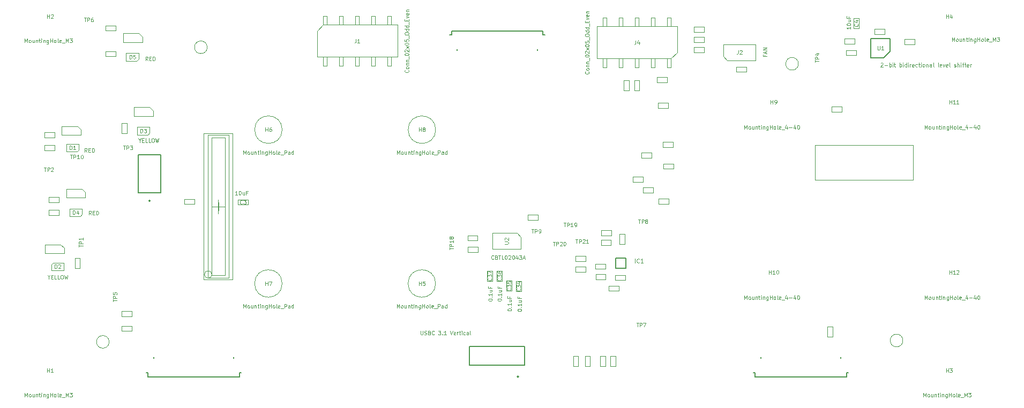
<source format=gbr>
G04 #@! TF.GenerationSoftware,KiCad,Pcbnew,(5.1.9)-1*
G04 #@! TF.CreationDate,2021-07-05T20:40:17-04:00*
G04 #@! TF.ProjectId,DepthABC,44657074-6841-4424-932e-6b696361645f,rev?*
G04 #@! TF.SameCoordinates,Original*
G04 #@! TF.FileFunction,Other,Fab,Top*
%FSLAX46Y46*%
G04 Gerber Fmt 4.6, Leading zero omitted, Abs format (unit mm)*
G04 Created by KiCad (PCBNEW (5.1.9)-1) date 2021-07-05 20:40:17*
%MOMM*%
%LPD*%
G01*
G04 APERTURE LIST*
%ADD10C,0.150000*%
%ADD11C,0.127000*%
%ADD12C,0.200000*%
%ADD13C,0.100000*%
%ADD14C,0.120000*%
%ADD15C,0.080000*%
G04 APERTURE END LIST*
D10*
G04 #@! TO.C,U1*
X250427060Y-114282320D02*
X249427060Y-115282320D01*
X250427060Y-112282320D02*
X250427060Y-114282320D01*
X247427060Y-112282320D02*
X250427060Y-112282320D01*
X247427060Y-115282320D02*
X247427060Y-112282320D01*
X249427060Y-115282320D02*
X247427060Y-115282320D01*
D11*
G04 #@! TO.C,J5*
X183985500Y-163895500D02*
X183985500Y-160935500D01*
X183985500Y-160935500D02*
X192725500Y-160935500D01*
X192725500Y-160935500D02*
X192725500Y-163895500D01*
X192725500Y-163895500D02*
X183985500Y-163895500D01*
D12*
X191755500Y-165715500D02*
G75*
G03*
X191755500Y-165715500I-100000J0D01*
G01*
D13*
G04 #@! TO.C,J4*
X216803500Y-110345500D02*
X216803500Y-114425500D01*
X216803500Y-114425500D02*
X215803500Y-115425500D01*
X215803500Y-115425500D02*
X204103500Y-115425500D01*
X204103500Y-115425500D02*
X204103500Y-110345500D01*
X204103500Y-110345500D02*
X216803500Y-110345500D01*
X215853500Y-108965500D02*
X215853500Y-110345500D01*
X215213500Y-110345500D02*
X215213500Y-108965500D01*
X215213500Y-108965500D02*
X215853500Y-108965500D01*
X215853500Y-115425500D02*
X215853500Y-116805500D01*
X215853500Y-116805500D02*
X215213500Y-116805500D01*
X215213500Y-116805500D02*
X215213500Y-115425500D01*
X213313500Y-108965500D02*
X213313500Y-110345500D01*
X212673500Y-110345500D02*
X212673500Y-108965500D01*
X212673500Y-108965500D02*
X213313500Y-108965500D01*
X213313500Y-115425500D02*
X213313500Y-116805500D01*
X213313500Y-116805500D02*
X212673500Y-116805500D01*
X212673500Y-116805500D02*
X212673500Y-115425500D01*
X210773500Y-108965500D02*
X210773500Y-110345500D01*
X210133500Y-110345500D02*
X210133500Y-108965500D01*
X210133500Y-108965500D02*
X210773500Y-108965500D01*
X210773500Y-115425500D02*
X210773500Y-116805500D01*
X210773500Y-116805500D02*
X210133500Y-116805500D01*
X210133500Y-116805500D02*
X210133500Y-115425500D01*
X208233500Y-108965500D02*
X208233500Y-110345500D01*
X207593500Y-110345500D02*
X207593500Y-108965500D01*
X207593500Y-108965500D02*
X208233500Y-108965500D01*
X208233500Y-115425500D02*
X208233500Y-116805500D01*
X208233500Y-116805500D02*
X207593500Y-116805500D01*
X207593500Y-116805500D02*
X207593500Y-115425500D01*
X205693500Y-108965500D02*
X205693500Y-110345500D01*
X205053500Y-110345500D02*
X205053500Y-108965500D01*
X205053500Y-108965500D02*
X205693500Y-108965500D01*
X205693500Y-115425500D02*
X205693500Y-116805500D01*
X205693500Y-116805500D02*
X205053500Y-116805500D01*
X205053500Y-116805500D02*
X205053500Y-115425500D01*
G04 #@! TO.C,J1*
X159907500Y-115171500D02*
X159907500Y-111091500D01*
X159907500Y-111091500D02*
X160907500Y-110091500D01*
X160907500Y-110091500D02*
X172607500Y-110091500D01*
X172607500Y-110091500D02*
X172607500Y-115171500D01*
X172607500Y-115171500D02*
X159907500Y-115171500D01*
X160857500Y-116551500D02*
X160857500Y-115171500D01*
X161497500Y-115171500D02*
X161497500Y-116551500D01*
X161497500Y-116551500D02*
X160857500Y-116551500D01*
X160857500Y-110091500D02*
X160857500Y-108711500D01*
X160857500Y-108711500D02*
X161497500Y-108711500D01*
X161497500Y-108711500D02*
X161497500Y-110091500D01*
X163397500Y-116551500D02*
X163397500Y-115171500D01*
X164037500Y-115171500D02*
X164037500Y-116551500D01*
X164037500Y-116551500D02*
X163397500Y-116551500D01*
X163397500Y-110091500D02*
X163397500Y-108711500D01*
X163397500Y-108711500D02*
X164037500Y-108711500D01*
X164037500Y-108711500D02*
X164037500Y-110091500D01*
X165937500Y-116551500D02*
X165937500Y-115171500D01*
X166577500Y-115171500D02*
X166577500Y-116551500D01*
X166577500Y-116551500D02*
X165937500Y-116551500D01*
X165937500Y-110091500D02*
X165937500Y-108711500D01*
X165937500Y-108711500D02*
X166577500Y-108711500D01*
X166577500Y-108711500D02*
X166577500Y-110091500D01*
X168477500Y-116551500D02*
X168477500Y-115171500D01*
X169117500Y-115171500D02*
X169117500Y-116551500D01*
X169117500Y-116551500D02*
X168477500Y-116551500D01*
X168477500Y-110091500D02*
X168477500Y-108711500D01*
X168477500Y-108711500D02*
X169117500Y-108711500D01*
X169117500Y-108711500D02*
X169117500Y-110091500D01*
X171017500Y-116551500D02*
X171017500Y-115171500D01*
X171657500Y-115171500D02*
X171657500Y-116551500D01*
X171657500Y-116551500D02*
X171017500Y-116551500D01*
X171017500Y-110091500D02*
X171017500Y-108711500D01*
X171017500Y-108711500D02*
X171657500Y-108711500D01*
X171657500Y-108711500D02*
X171657500Y-110091500D01*
G04 #@! TO.C,U2*
X191490000Y-143022000D02*
X187615000Y-143022000D01*
X192115000Y-145522000D02*
X187615000Y-145522000D01*
X192115000Y-145522000D02*
X192115000Y-143647000D01*
X187615000Y-143022000D02*
X187615000Y-145522000D01*
X191490000Y-143022000D02*
X192115000Y-143647000D01*
D12*
G04 #@! TO.C,IC1*
X208709160Y-147000060D02*
X208709160Y-148600060D01*
X207109160Y-147000060D02*
X208709160Y-147000060D01*
X207109160Y-148600060D02*
X207109160Y-147000060D01*
X208709160Y-148600060D02*
X207109160Y-148600060D01*
D13*
G04 #@! TO.C,D5*
X129735500Y-114571500D02*
X129735500Y-115771500D01*
X131735500Y-114571500D02*
X129735500Y-114571500D01*
X131735500Y-115471500D02*
X131735500Y-114571500D01*
X131435500Y-115771500D02*
X131735500Y-115471500D01*
X129735500Y-115771500D02*
X131435500Y-115771500D01*
G04 #@! TO.C,D4*
X120782100Y-139158700D02*
X120782100Y-140358700D01*
X122782100Y-139158700D02*
X120782100Y-139158700D01*
X122782100Y-140058700D02*
X122782100Y-139158700D01*
X122482100Y-140358700D02*
X122782100Y-140058700D01*
X120782100Y-140358700D02*
X122482100Y-140358700D01*
G04 #@! TO.C,D3*
X131450000Y-126255500D02*
X131450000Y-127455500D01*
X133450000Y-126255500D02*
X131450000Y-126255500D01*
X133450000Y-127155500D02*
X133450000Y-126255500D01*
X133150000Y-127455500D02*
X133450000Y-127155500D01*
X131450000Y-127455500D02*
X133150000Y-127455500D01*
G04 #@! TO.C,D2*
X119924500Y-148918500D02*
X119924500Y-147718500D01*
X117924500Y-148918500D02*
X119924500Y-148918500D01*
X117924500Y-148018500D02*
X117924500Y-148918500D01*
X118224500Y-147718500D02*
X117924500Y-148018500D01*
X119924500Y-147718500D02*
X118224500Y-147718500D01*
G04 #@! TO.C,D1*
X120299500Y-128947900D02*
X120299500Y-130147900D01*
X122299500Y-128947900D02*
X120299500Y-128947900D01*
X122299500Y-129847900D02*
X122299500Y-128947900D01*
X121999500Y-130147900D02*
X122299500Y-129847900D01*
X120299500Y-130147900D02*
X121999500Y-130147900D01*
G04 #@! TO.C,MISC1*
X143294700Y-149561900D02*
G75*
G03*
X143294700Y-149561900I-583000J0D01*
G01*
D14*
X144316500Y-139911100D02*
X144316500Y-137726700D01*
X143219700Y-138818900D02*
X145404100Y-138818900D01*
X146573300Y-127282100D02*
X142073300Y-127282100D01*
X146579300Y-150307500D02*
X146579300Y-127307500D01*
X142007300Y-150319900D02*
X146579300Y-150319900D01*
X142007300Y-127282100D02*
X142007300Y-150319900D01*
D13*
G04 #@! TO.C,J2*
X224741000Y-115717600D02*
X224106000Y-115082600D01*
X229186000Y-115717600D02*
X224741000Y-115717600D01*
X229186000Y-113177600D02*
X229186000Y-115717600D01*
X224106000Y-113177600D02*
X229186000Y-113177600D01*
X224106000Y-115082600D02*
X224106000Y-113177600D01*
G04 #@! TO.C,H8*
X178656000Y-126665000D02*
G75*
G03*
X178656000Y-126665000I-2175000J0D01*
G01*
G04 #@! TO.C,H7*
X154399000Y-150985500D02*
G75*
G03*
X154399000Y-150985500I-2175000J0D01*
G01*
G04 #@! TO.C,H6*
X154399000Y-126665000D02*
G75*
G03*
X154399000Y-126665000I-2175000J0D01*
G01*
G04 #@! TO.C,H5*
X178638220Y-150985500D02*
G75*
G03*
X178638220Y-150985500I-2175000J0D01*
G01*
G04 #@! TO.C,C4*
X245528060Y-109027800D02*
X245528060Y-110627800D01*
X244728060Y-109027800D02*
X245528060Y-109027800D01*
X244728060Y-110627800D02*
X244728060Y-109027800D01*
X245528060Y-110627800D02*
X244728060Y-110627800D01*
G04 #@! TO.C,C37*
X186812500Y-150579000D02*
X186812500Y-148979000D01*
X187612500Y-150579000D02*
X186812500Y-150579000D01*
X187612500Y-148979000D02*
X187612500Y-150579000D01*
X186812500Y-148979000D02*
X187612500Y-148979000D01*
G04 #@! TO.C,C36*
X188336500Y-150592000D02*
X188336500Y-148992000D01*
X189136500Y-150592000D02*
X188336500Y-150592000D01*
X189136500Y-148992000D02*
X189136500Y-150592000D01*
X188336500Y-148992000D02*
X189136500Y-148992000D01*
G04 #@! TO.C,C35*
X189860500Y-152153500D02*
X189860500Y-150553500D01*
X190660500Y-152153500D02*
X189860500Y-152153500D01*
X190660500Y-150553500D02*
X190660500Y-152153500D01*
X189860500Y-150553500D02*
X190660500Y-150553500D01*
G04 #@! TO.C,C34*
X191384500Y-152217000D02*
X191384500Y-150617000D01*
X192184500Y-152217000D02*
X191384500Y-152217000D01*
X192184500Y-150617000D02*
X192184500Y-152217000D01*
X191384500Y-150617000D02*
X192184500Y-150617000D01*
G04 #@! TO.C,C3*
X147397800Y-137720400D02*
X148997800Y-137720400D01*
X147397800Y-138520400D02*
X147397800Y-137720400D01*
X148997800Y-138520400D02*
X147397800Y-138520400D01*
X148997800Y-137720400D02*
X148997800Y-138520400D01*
D11*
G04 #@! TO.C,J6*
X146733920Y-162623500D02*
X146733920Y-162823500D01*
X134083920Y-162623500D02*
X134083920Y-162823500D01*
X147643920Y-165123500D02*
X147908920Y-165123500D01*
X132908920Y-165123500D02*
X133173920Y-165123500D01*
X147643920Y-165723500D02*
X147643920Y-165123500D01*
X133173920Y-165723500D02*
X133173920Y-165123500D01*
X133173920Y-165723500D02*
X147643920Y-165723500D01*
D15*
G04 #@! TO.C,J3*
X144319520Y-138153420D02*
X144319520Y-139448820D01*
X144967220Y-138801120D02*
X143671820Y-138801120D01*
D13*
X145360920Y-149655320D02*
X143299520Y-149655320D01*
X145360920Y-127955320D02*
X143290820Y-127942620D01*
X143299520Y-127955320D02*
X143299520Y-149655320D01*
X145360920Y-127955320D02*
X145360920Y-149655320D01*
X146009520Y-127496120D02*
X142630420Y-127496120D01*
X142629520Y-127496120D02*
X142629520Y-150096120D01*
X142629520Y-150096120D02*
X146008620Y-150096120D01*
X146009520Y-150096120D02*
X146009520Y-127496120D01*
D14*
G04 #@! TO.C,MISC2*
X238576500Y-134571700D02*
X238576500Y-129071700D01*
X254076500Y-134571700D02*
X238576500Y-134571700D01*
X254076500Y-129071700D02*
X254076500Y-134571700D01*
X238576500Y-129071700D02*
X254076500Y-129071700D01*
D13*
G04 #@! TO.C,R41*
X219457900Y-110390200D02*
X221057900Y-110390200D01*
X219457900Y-111215200D02*
X219457900Y-110390200D01*
X221057900Y-111215200D02*
X219457900Y-111215200D01*
X221057900Y-110390200D02*
X221057900Y-111215200D01*
G04 #@! TO.C,R40*
X219457400Y-113628700D02*
X221057400Y-113628700D01*
X219457400Y-114453700D02*
X219457400Y-113628700D01*
X221057400Y-114453700D02*
X219457400Y-114453700D01*
X221057400Y-113628700D02*
X221057400Y-114453700D01*
G04 #@! TO.C,R39*
X219457400Y-112003100D02*
X221057400Y-112003100D01*
X219457400Y-112828100D02*
X219457400Y-112003100D01*
X221057400Y-112828100D02*
X219457400Y-112828100D01*
X221057400Y-112003100D02*
X221057400Y-112828100D01*
G04 #@! TO.C,R38*
X213615400Y-118353100D02*
X215215400Y-118353100D01*
X213615400Y-119178100D02*
X213615400Y-118353100D01*
X215215400Y-119178100D02*
X213615400Y-119178100D01*
X215215400Y-118353100D02*
X215215400Y-119178100D01*
G04 #@! TO.C,R34*
X209174360Y-118859680D02*
X209174360Y-120459680D01*
X208349360Y-118859680D02*
X209174360Y-118859680D01*
X208349360Y-120459680D02*
X208349360Y-118859680D01*
X209174360Y-120459680D02*
X208349360Y-120459680D01*
G04 #@! TO.C,R32*
X210866000Y-118879500D02*
X210866000Y-120479500D01*
X210041000Y-118879500D02*
X210866000Y-118879500D01*
X210041000Y-120479500D02*
X210041000Y-118879500D01*
X210866000Y-120479500D02*
X210041000Y-120479500D01*
G04 #@! TO.C,R28*
X213755600Y-122417100D02*
X215355600Y-122417100D01*
X213755600Y-123242100D02*
X213755600Y-122417100D01*
X215355600Y-123242100D02*
X213755600Y-123242100D01*
X215355600Y-122417100D02*
X215355600Y-123242100D01*
G04 #@! TO.C,R36*
X128068000Y-115076000D02*
X126468000Y-115076000D01*
X128068000Y-114251000D02*
X128068000Y-115076000D01*
X126468000Y-114251000D02*
X128068000Y-114251000D01*
X126468000Y-115076000D02*
X126468000Y-114251000D01*
G04 #@! TO.C,R35*
X128132000Y-111012000D02*
X126532000Y-111012000D01*
X128132000Y-110187000D02*
X128132000Y-111012000D01*
X126532000Y-110187000D02*
X128132000Y-110187000D01*
X126532000Y-111012000D02*
X126532000Y-110187000D01*
G04 #@! TO.C,Q5*
X129267700Y-111413000D02*
X129267700Y-112813000D01*
X132307700Y-112813000D02*
X129267700Y-112813000D01*
X131737700Y-111413000D02*
X132307700Y-111963000D01*
X132307700Y-111963000D02*
X132307700Y-112813000D01*
X131737700Y-111413000D02*
X129287700Y-111413000D01*
G04 #@! TO.C,FID6*
X235964500Y-116251000D02*
G75*
G03*
X235964500Y-116251000I-1000000J0D01*
G01*
G04 #@! TO.C,FID5*
X142556000Y-113634800D02*
G75*
G03*
X142556000Y-113634800I-1000000J0D01*
G01*
G04 #@! TO.C,FID3*
X252474500Y-160002500D02*
G75*
G03*
X252474500Y-160002500I-1000000J0D01*
G01*
G04 #@! TO.C,FID2*
X127062000Y-160218400D02*
G75*
G03*
X127062000Y-160218400I-1000000J0D01*
G01*
G04 #@! TO.C,R12*
X204643500Y-164104500D02*
X204643500Y-162504500D01*
X205468500Y-164104500D02*
X204643500Y-164104500D01*
X205468500Y-162504500D02*
X205468500Y-164104500D01*
X204643500Y-162504500D02*
X205468500Y-162504500D01*
G04 #@! TO.C,R5*
X242812500Y-123839000D02*
X241212500Y-123839000D01*
X242812500Y-123014000D02*
X242812500Y-123839000D01*
X241212500Y-123014000D02*
X242812500Y-123014000D01*
X241212500Y-123839000D02*
X241212500Y-123014000D01*
G04 #@! TO.C,R30*
X119089100Y-140171200D02*
X117489100Y-140171200D01*
X119089100Y-139346200D02*
X119089100Y-140171200D01*
X117489100Y-139346200D02*
X119089100Y-139346200D01*
X117489100Y-140171200D02*
X117489100Y-139346200D01*
G04 #@! TO.C,R29*
X119089100Y-138139200D02*
X117489100Y-138139200D01*
X119089100Y-137314200D02*
X119089100Y-138139200D01*
X117489100Y-137314200D02*
X119089100Y-137314200D01*
X117489100Y-138139200D02*
X117489100Y-137314200D01*
G04 #@! TO.C,Q4*
X120276040Y-136010700D02*
X120276040Y-137410700D01*
X123316040Y-137410700D02*
X120276040Y-137410700D01*
X122746040Y-136010700D02*
X123316040Y-136560700D01*
X123316040Y-136560700D02*
X123316040Y-137410700D01*
X122746040Y-136010700D02*
X120296040Y-136010700D01*
D11*
G04 #@! TO.C,B1*
X131690700Y-136662700D02*
X131690700Y-130662700D01*
X131690700Y-130662700D02*
X135190700Y-130662700D01*
X135190700Y-130662700D02*
X135190700Y-136662700D01*
X135190700Y-136662700D02*
X131690700Y-136662700D01*
D12*
X133540700Y-137912700D02*
G75*
G03*
X133540700Y-137912700I-100000J0D01*
G01*
D13*
G04 #@! TO.C,C1*
X138965000Y-137631500D02*
X140565000Y-137631500D01*
X138965000Y-138431500D02*
X138965000Y-137631500D01*
X140565000Y-138431500D02*
X138965000Y-138431500D01*
X140565000Y-137631500D02*
X140565000Y-138431500D01*
G04 #@! TO.C,R15*
X213032000Y-136602500D02*
X211432000Y-136602500D01*
X213032000Y-135777500D02*
X213032000Y-136602500D01*
X211432000Y-135777500D02*
X213032000Y-135777500D01*
X211432000Y-136602500D02*
X211432000Y-135777500D01*
G04 #@! TO.C,R27*
X216270000Y-132856000D02*
X214670000Y-132856000D01*
X216270000Y-132031000D02*
X216270000Y-132856000D01*
X214670000Y-132031000D02*
X216270000Y-132031000D01*
X214670000Y-132856000D02*
X214670000Y-132031000D01*
G04 #@! TO.C,R31*
X211380000Y-134951500D02*
X209780000Y-134951500D01*
X211380000Y-134126500D02*
X211380000Y-134951500D01*
X209780000Y-134126500D02*
X211380000Y-134126500D01*
X209780000Y-134951500D02*
X209780000Y-134126500D01*
G04 #@! TO.C,R33*
X212778000Y-131141500D02*
X211178000Y-131141500D01*
X212778000Y-130316500D02*
X212778000Y-131141500D01*
X211178000Y-130316500D02*
X212778000Y-130316500D01*
X211178000Y-131141500D02*
X211178000Y-130316500D01*
G04 #@! TO.C,R37*
X216143500Y-129427000D02*
X214543500Y-129427000D01*
X216143500Y-128602000D02*
X216143500Y-129427000D01*
X214543500Y-128602000D02*
X216143500Y-128602000D01*
X214543500Y-129427000D02*
X214543500Y-128602000D01*
G04 #@! TO.C,R7*
X252742800Y-112346000D02*
X254342800Y-112346000D01*
X252742800Y-113171000D02*
X252742800Y-112346000D01*
X254342800Y-113171000D02*
X252742800Y-113171000D01*
X254342800Y-112346000D02*
X254342800Y-113171000D01*
G04 #@! TO.C,R6*
X244843200Y-113086900D02*
X243243200Y-113086900D01*
X244843200Y-112261900D02*
X244843200Y-113086900D01*
X243243200Y-112261900D02*
X244843200Y-112261900D01*
X243243200Y-113086900D02*
X243243200Y-112261900D01*
G04 #@! TO.C,R13*
X245097200Y-114915700D02*
X243497200Y-114915700D01*
X245097200Y-114090700D02*
X245097200Y-114915700D01*
X243497200Y-114090700D02*
X245097200Y-114090700D01*
X243497200Y-114915700D02*
X243497200Y-114090700D01*
G04 #@! TO.C,R11*
X248007500Y-110758500D02*
X249607500Y-110758500D01*
X248007500Y-111583500D02*
X248007500Y-110758500D01*
X249607500Y-111583500D02*
X248007500Y-111583500D01*
X249607500Y-110758500D02*
X249607500Y-111583500D01*
G04 #@! TO.C,C2*
X227750800Y-117540000D02*
X226150800Y-117540000D01*
X227750800Y-116740000D02*
X227750800Y-117540000D01*
X226150800Y-116740000D02*
X227750800Y-116740000D01*
X226150800Y-117540000D02*
X226150800Y-116740000D01*
G04 #@! TO.C,R14*
X215444000Y-138380500D02*
X213844000Y-138380500D01*
X215444000Y-137555500D02*
X215444000Y-138380500D01*
X213844000Y-137555500D02*
X215444000Y-137555500D01*
X213844000Y-138380500D02*
X213844000Y-137555500D01*
G04 #@! TO.C,R8*
X129072000Y-155335500D02*
X130672000Y-155335500D01*
X129072000Y-156160500D02*
X129072000Y-155335500D01*
X130672000Y-156160500D02*
X129072000Y-156160500D01*
X130672000Y-155335500D02*
X130672000Y-156160500D01*
G04 #@! TO.C,R4*
X129876300Y-125671680D02*
X129876300Y-127271680D01*
X129051300Y-125671680D02*
X129876300Y-125671680D01*
X129051300Y-127271680D02*
X129051300Y-125671680D01*
X129876300Y-127271680D02*
X129051300Y-127271680D01*
G04 #@! TO.C,R3*
X122473500Y-147010500D02*
X122473500Y-148610500D01*
X121648500Y-147010500D02*
X122473500Y-147010500D01*
X121648500Y-148610500D02*
X121648500Y-147010500D01*
X122473500Y-148610500D02*
X121648500Y-148610500D01*
G04 #@! TO.C,R2*
X118480500Y-129960400D02*
X116880500Y-129960400D01*
X118480500Y-129135400D02*
X118480500Y-129960400D01*
X116880500Y-129135400D02*
X118480500Y-129135400D01*
X116880500Y-129960400D02*
X116880500Y-129135400D01*
G04 #@! TO.C,R1*
X118480500Y-127928400D02*
X116880500Y-127928400D01*
X118480500Y-127103400D02*
X118480500Y-127928400D01*
X116880500Y-127103400D02*
X118480500Y-127103400D01*
X116880500Y-127928400D02*
X116880500Y-127103400D01*
G04 #@! TO.C,C39*
X206985000Y-149650500D02*
X208585000Y-149650500D01*
X206985000Y-150450500D02*
X206985000Y-149650500D01*
X208585000Y-150450500D02*
X206985000Y-150450500D01*
X208585000Y-149650500D02*
X208585000Y-150450500D01*
G04 #@! TO.C,C38*
X185295000Y-144210000D02*
X183695000Y-144210000D01*
X185295000Y-143410000D02*
X185295000Y-144210000D01*
X183695000Y-143410000D02*
X185295000Y-143410000D01*
X183695000Y-144210000D02*
X183695000Y-143410000D01*
G04 #@! TO.C,C33*
X202243000Y-164104500D02*
X202243000Y-162504500D01*
X203043000Y-164104500D02*
X202243000Y-164104500D01*
X203043000Y-162504500D02*
X203043000Y-164104500D01*
X202243000Y-162504500D02*
X203043000Y-162504500D01*
G04 #@! TO.C,C32*
X201201500Y-162504500D02*
X201201500Y-164104500D01*
X200401500Y-162504500D02*
X201201500Y-162504500D01*
X200401500Y-164104500D02*
X200401500Y-162504500D01*
X201201500Y-164104500D02*
X200401500Y-164104500D01*
D11*
G04 #@! TO.C,J9*
X242686500Y-162623500D02*
X242686500Y-162823500D01*
X230036500Y-162623500D02*
X230036500Y-162823500D01*
X243596500Y-165123500D02*
X243861500Y-165123500D01*
X228861500Y-165123500D02*
X229126500Y-165123500D01*
X243596500Y-165723500D02*
X243596500Y-165123500D01*
X229126500Y-165723500D02*
X229126500Y-165123500D01*
X229126500Y-165723500D02*
X243596500Y-165723500D01*
G04 #@! TO.C,J7*
X182063520Y-114130700D02*
X182063520Y-113930700D01*
X194713520Y-114130700D02*
X194713520Y-113930700D01*
X181153520Y-111630700D02*
X180888520Y-111630700D01*
X195888520Y-111630700D02*
X195623520Y-111630700D01*
X181153520Y-111030700D02*
X181153520Y-111630700D01*
X195623520Y-111030700D02*
X195623520Y-111630700D01*
X195623520Y-111030700D02*
X181153520Y-111030700D01*
D13*
G04 #@! TO.C,R26*
X205524000Y-150318500D02*
X203924000Y-150318500D01*
X205524000Y-149493500D02*
X205524000Y-150318500D01*
X203924000Y-149493500D02*
X205524000Y-149493500D01*
X203924000Y-150318500D02*
X203924000Y-149493500D01*
G04 #@! TO.C,R25*
X205516140Y-148695440D02*
X203916140Y-148695440D01*
X205516140Y-147870440D02*
X205516140Y-148695440D01*
X203916140Y-147870440D02*
X205516140Y-147870440D01*
X203916140Y-148695440D02*
X203916140Y-147870440D01*
G04 #@! TO.C,R24*
X202363500Y-149175500D02*
X200763500Y-149175500D01*
X202363500Y-148350500D02*
X202363500Y-149175500D01*
X200763500Y-148350500D02*
X202363500Y-148350500D01*
X200763500Y-149175500D02*
X200763500Y-148350500D01*
G04 #@! TO.C,R23*
X202363500Y-147461000D02*
X200763500Y-147461000D01*
X202363500Y-146636000D02*
X202363500Y-147461000D01*
X200763500Y-146636000D02*
X202363500Y-146636000D01*
X200763500Y-147461000D02*
X200763500Y-146636000D01*
G04 #@! TO.C,R22*
X207691500Y-144737000D02*
X207691500Y-143137000D01*
X208516500Y-144737000D02*
X207691500Y-144737000D01*
X208516500Y-143137000D02*
X208516500Y-144737000D01*
X207691500Y-143137000D02*
X208516500Y-143137000D01*
G04 #@! TO.C,R21*
X204781780Y-142561840D02*
X206381780Y-142561840D01*
X204781780Y-143386840D02*
X204781780Y-142561840D01*
X206381780Y-143386840D02*
X204781780Y-143386840D01*
X206381780Y-142561840D02*
X206381780Y-143386840D01*
G04 #@! TO.C,R20*
X207602000Y-152163000D02*
X206002000Y-152163000D01*
X207602000Y-151338000D02*
X207602000Y-152163000D01*
X206002000Y-151338000D02*
X207602000Y-151338000D01*
X206002000Y-152163000D02*
X206002000Y-151338000D01*
G04 #@! TO.C,R19*
X204779240Y-144116320D02*
X206379240Y-144116320D01*
X204779240Y-144941320D02*
X204779240Y-144116320D01*
X206379240Y-144941320D02*
X204779240Y-144941320D01*
X206379240Y-144116320D02*
X206379240Y-144941320D01*
G04 #@! TO.C,R18*
X207119500Y-162505000D02*
X207119500Y-164105000D01*
X206294500Y-162505000D02*
X207119500Y-162505000D01*
X206294500Y-164105000D02*
X206294500Y-162505000D01*
X207119500Y-164105000D02*
X206294500Y-164105000D01*
G04 #@! TO.C,R17*
X193218400Y-140125700D02*
X194818400Y-140125700D01*
X193218400Y-140950700D02*
X193218400Y-140125700D01*
X194818400Y-140950700D02*
X193218400Y-140950700D01*
X194818400Y-140125700D02*
X194818400Y-140950700D01*
G04 #@! TO.C,R16*
X183745000Y-145175500D02*
X185345000Y-145175500D01*
X183745000Y-146000500D02*
X183745000Y-145175500D01*
X185345000Y-146000500D02*
X183745000Y-146000500D01*
X185345000Y-145175500D02*
X185345000Y-146000500D01*
G04 #@! TO.C,R10*
X130672000Y-158510000D02*
X129072000Y-158510000D01*
X130672000Y-157685000D02*
X130672000Y-158510000D01*
X129072000Y-157685000D02*
X130672000Y-157685000D01*
X129072000Y-158510000D02*
X129072000Y-157685000D01*
G04 #@! TO.C,R9*
X241409500Y-157805500D02*
X241409500Y-159405500D01*
X240584500Y-157805500D02*
X241409500Y-157805500D01*
X240584500Y-159405500D02*
X240584500Y-157805500D01*
X241409500Y-159405500D02*
X240584500Y-159405500D01*
G04 #@! TO.C,Q3*
X130955500Y-123107500D02*
X130955500Y-124507500D01*
X133995500Y-124507500D02*
X130955500Y-124507500D01*
X133425500Y-123107500D02*
X133995500Y-123657500D01*
X133995500Y-123657500D02*
X133995500Y-124507500D01*
X133425500Y-123107500D02*
X130975500Y-123107500D01*
G04 #@! TO.C,Q2*
X116922000Y-144840500D02*
X116922000Y-146240500D01*
X119962000Y-146240500D02*
X116922000Y-146240500D01*
X119392000Y-144840500D02*
X119962000Y-145390500D01*
X119962000Y-145390500D02*
X119962000Y-146240500D01*
X119392000Y-144840500D02*
X116942000Y-144840500D01*
G04 #@! TO.C,Q1*
X119584480Y-126104700D02*
X119584480Y-127504700D01*
X122624480Y-127504700D02*
X119584480Y-127504700D01*
X122054480Y-126104700D02*
X122624480Y-126654700D01*
X122624480Y-126654700D02*
X122624480Y-127504700D01*
X122054480Y-126104700D02*
X119604480Y-126104700D01*
G04 #@! TD*
G04 #@! TO.C,U1*
X248979657Y-116162171D02*
X249008228Y-116133600D01*
X249065371Y-116105028D01*
X249208228Y-116105028D01*
X249265371Y-116133600D01*
X249293942Y-116162171D01*
X249322514Y-116219314D01*
X249322514Y-116276457D01*
X249293942Y-116362171D01*
X248951085Y-116705028D01*
X249322514Y-116705028D01*
X249579657Y-116476457D02*
X250036800Y-116476457D01*
X250322514Y-116705028D02*
X250322514Y-116105028D01*
X250322514Y-116333600D02*
X250379657Y-116305028D01*
X250493942Y-116305028D01*
X250551085Y-116333600D01*
X250579657Y-116362171D01*
X250608228Y-116419314D01*
X250608228Y-116590742D01*
X250579657Y-116647885D01*
X250551085Y-116676457D01*
X250493942Y-116705028D01*
X250379657Y-116705028D01*
X250322514Y-116676457D01*
X250865371Y-116705028D02*
X250865371Y-116305028D01*
X250865371Y-116105028D02*
X250836800Y-116133600D01*
X250865371Y-116162171D01*
X250893942Y-116133600D01*
X250865371Y-116105028D01*
X250865371Y-116162171D01*
X251065371Y-116305028D02*
X251293942Y-116305028D01*
X251151085Y-116105028D02*
X251151085Y-116619314D01*
X251179657Y-116676457D01*
X251236800Y-116705028D01*
X251293942Y-116705028D01*
X251951085Y-116705028D02*
X251951085Y-116105028D01*
X251951085Y-116333600D02*
X252008228Y-116305028D01*
X252122514Y-116305028D01*
X252179657Y-116333600D01*
X252208228Y-116362171D01*
X252236800Y-116419314D01*
X252236800Y-116590742D01*
X252208228Y-116647885D01*
X252179657Y-116676457D01*
X252122514Y-116705028D01*
X252008228Y-116705028D01*
X251951085Y-116676457D01*
X252493942Y-116705028D02*
X252493942Y-116305028D01*
X252493942Y-116105028D02*
X252465371Y-116133600D01*
X252493942Y-116162171D01*
X252522514Y-116133600D01*
X252493942Y-116105028D01*
X252493942Y-116162171D01*
X253036800Y-116705028D02*
X253036800Y-116105028D01*
X253036800Y-116676457D02*
X252979657Y-116705028D01*
X252865371Y-116705028D01*
X252808228Y-116676457D01*
X252779657Y-116647885D01*
X252751085Y-116590742D01*
X252751085Y-116419314D01*
X252779657Y-116362171D01*
X252808228Y-116333600D01*
X252865371Y-116305028D01*
X252979657Y-116305028D01*
X253036800Y-116333600D01*
X253322514Y-116705028D02*
X253322514Y-116305028D01*
X253322514Y-116105028D02*
X253293942Y-116133600D01*
X253322514Y-116162171D01*
X253351085Y-116133600D01*
X253322514Y-116105028D01*
X253322514Y-116162171D01*
X253608228Y-116705028D02*
X253608228Y-116305028D01*
X253608228Y-116419314D02*
X253636800Y-116362171D01*
X253665371Y-116333600D01*
X253722514Y-116305028D01*
X253779657Y-116305028D01*
X254208228Y-116676457D02*
X254151085Y-116705028D01*
X254036800Y-116705028D01*
X253979657Y-116676457D01*
X253951085Y-116619314D01*
X253951085Y-116390742D01*
X253979657Y-116333600D01*
X254036800Y-116305028D01*
X254151085Y-116305028D01*
X254208228Y-116333600D01*
X254236800Y-116390742D01*
X254236800Y-116447885D01*
X253951085Y-116505028D01*
X254751085Y-116676457D02*
X254693942Y-116705028D01*
X254579657Y-116705028D01*
X254522514Y-116676457D01*
X254493942Y-116647885D01*
X254465371Y-116590742D01*
X254465371Y-116419314D01*
X254493942Y-116362171D01*
X254522514Y-116333600D01*
X254579657Y-116305028D01*
X254693942Y-116305028D01*
X254751085Y-116333600D01*
X254922514Y-116305028D02*
X255151085Y-116305028D01*
X255008228Y-116105028D02*
X255008228Y-116619314D01*
X255036800Y-116676457D01*
X255093942Y-116705028D01*
X255151085Y-116705028D01*
X255351085Y-116705028D02*
X255351085Y-116305028D01*
X255351085Y-116105028D02*
X255322514Y-116133600D01*
X255351085Y-116162171D01*
X255379657Y-116133600D01*
X255351085Y-116105028D01*
X255351085Y-116162171D01*
X255722514Y-116705028D02*
X255665371Y-116676457D01*
X255636800Y-116647885D01*
X255608228Y-116590742D01*
X255608228Y-116419314D01*
X255636800Y-116362171D01*
X255665371Y-116333600D01*
X255722514Y-116305028D01*
X255808228Y-116305028D01*
X255865371Y-116333600D01*
X255893942Y-116362171D01*
X255922514Y-116419314D01*
X255922514Y-116590742D01*
X255893942Y-116647885D01*
X255865371Y-116676457D01*
X255808228Y-116705028D01*
X255722514Y-116705028D01*
X256179657Y-116305028D02*
X256179657Y-116705028D01*
X256179657Y-116362171D02*
X256208228Y-116333600D01*
X256265371Y-116305028D01*
X256351085Y-116305028D01*
X256408228Y-116333600D01*
X256436800Y-116390742D01*
X256436800Y-116705028D01*
X256979657Y-116705028D02*
X256979657Y-116390742D01*
X256951085Y-116333600D01*
X256893942Y-116305028D01*
X256779657Y-116305028D01*
X256722514Y-116333600D01*
X256979657Y-116676457D02*
X256922514Y-116705028D01*
X256779657Y-116705028D01*
X256722514Y-116676457D01*
X256693942Y-116619314D01*
X256693942Y-116562171D01*
X256722514Y-116505028D01*
X256779657Y-116476457D01*
X256922514Y-116476457D01*
X256979657Y-116447885D01*
X257351085Y-116705028D02*
X257293942Y-116676457D01*
X257265371Y-116619314D01*
X257265371Y-116105028D01*
X258122514Y-116705028D02*
X258065371Y-116676457D01*
X258036800Y-116619314D01*
X258036800Y-116105028D01*
X258579657Y-116676457D02*
X258522514Y-116705028D01*
X258408228Y-116705028D01*
X258351085Y-116676457D01*
X258322514Y-116619314D01*
X258322514Y-116390742D01*
X258351085Y-116333600D01*
X258408228Y-116305028D01*
X258522514Y-116305028D01*
X258579657Y-116333600D01*
X258608228Y-116390742D01*
X258608228Y-116447885D01*
X258322514Y-116505028D01*
X258808228Y-116305028D02*
X258951085Y-116705028D01*
X259093942Y-116305028D01*
X259551085Y-116676457D02*
X259493942Y-116705028D01*
X259379657Y-116705028D01*
X259322514Y-116676457D01*
X259293942Y-116619314D01*
X259293942Y-116390742D01*
X259322514Y-116333600D01*
X259379657Y-116305028D01*
X259493942Y-116305028D01*
X259551085Y-116333600D01*
X259579657Y-116390742D01*
X259579657Y-116447885D01*
X259293942Y-116505028D01*
X259922514Y-116705028D02*
X259865371Y-116676457D01*
X259836800Y-116619314D01*
X259836800Y-116105028D01*
X260579657Y-116676457D02*
X260636800Y-116705028D01*
X260751085Y-116705028D01*
X260808228Y-116676457D01*
X260836800Y-116619314D01*
X260836800Y-116590742D01*
X260808228Y-116533600D01*
X260751085Y-116505028D01*
X260665371Y-116505028D01*
X260608228Y-116476457D01*
X260579657Y-116419314D01*
X260579657Y-116390742D01*
X260608228Y-116333600D01*
X260665371Y-116305028D01*
X260751085Y-116305028D01*
X260808228Y-116333600D01*
X261093942Y-116705028D02*
X261093942Y-116105028D01*
X261351085Y-116705028D02*
X261351085Y-116390742D01*
X261322514Y-116333600D01*
X261265371Y-116305028D01*
X261179657Y-116305028D01*
X261122514Y-116333600D01*
X261093942Y-116362171D01*
X261636800Y-116705028D02*
X261636800Y-116305028D01*
X261636800Y-116105028D02*
X261608228Y-116133600D01*
X261636800Y-116162171D01*
X261665371Y-116133600D01*
X261636800Y-116105028D01*
X261636800Y-116162171D01*
X261836800Y-116305028D02*
X262065371Y-116305028D01*
X261922514Y-116705028D02*
X261922514Y-116190742D01*
X261951085Y-116133600D01*
X262008228Y-116105028D01*
X262065371Y-116105028D01*
X262179657Y-116305028D02*
X262408228Y-116305028D01*
X262265371Y-116105028D02*
X262265371Y-116619314D01*
X262293942Y-116676457D01*
X262351085Y-116705028D01*
X262408228Y-116705028D01*
X262836800Y-116676457D02*
X262779657Y-116705028D01*
X262665371Y-116705028D01*
X262608228Y-116676457D01*
X262579657Y-116619314D01*
X262579657Y-116390742D01*
X262608228Y-116333600D01*
X262665371Y-116305028D01*
X262779657Y-116305028D01*
X262836800Y-116333600D01*
X262865371Y-116390742D01*
X262865371Y-116447885D01*
X262579657Y-116505028D01*
X263122514Y-116705028D02*
X263122514Y-116305028D01*
X263122514Y-116419314D02*
X263151085Y-116362171D01*
X263179657Y-116333600D01*
X263236800Y-116305028D01*
X263293942Y-116305028D01*
X248469917Y-113453748D02*
X248469917Y-113939462D01*
X248498488Y-113996605D01*
X248527060Y-114025177D01*
X248584202Y-114053748D01*
X248698488Y-114053748D01*
X248755631Y-114025177D01*
X248784202Y-113996605D01*
X248812774Y-113939462D01*
X248812774Y-113453748D01*
X249412774Y-114053748D02*
X249069917Y-114053748D01*
X249241345Y-114053748D02*
X249241345Y-113453748D01*
X249184202Y-113539462D01*
X249127060Y-113596605D01*
X249069917Y-113625177D01*
G04 #@! TO.C,TP8*
X210672457Y-140878628D02*
X211015314Y-140878628D01*
X210843885Y-141478628D02*
X210843885Y-140878628D01*
X211215314Y-141478628D02*
X211215314Y-140878628D01*
X211443885Y-140878628D01*
X211501028Y-140907200D01*
X211529600Y-140935771D01*
X211558171Y-140992914D01*
X211558171Y-141078628D01*
X211529600Y-141135771D01*
X211501028Y-141164342D01*
X211443885Y-141192914D01*
X211215314Y-141192914D01*
X211901028Y-141135771D02*
X211843885Y-141107200D01*
X211815314Y-141078628D01*
X211786742Y-141021485D01*
X211786742Y-140992914D01*
X211815314Y-140935771D01*
X211843885Y-140907200D01*
X211901028Y-140878628D01*
X212015314Y-140878628D01*
X212072457Y-140907200D01*
X212101028Y-140935771D01*
X212129600Y-140992914D01*
X212129600Y-141021485D01*
X212101028Y-141078628D01*
X212072457Y-141107200D01*
X212015314Y-141135771D01*
X211901028Y-141135771D01*
X211843885Y-141164342D01*
X211815314Y-141192914D01*
X211786742Y-141250057D01*
X211786742Y-141364342D01*
X211815314Y-141421485D01*
X211843885Y-141450057D01*
X211901028Y-141478628D01*
X212015314Y-141478628D01*
X212072457Y-141450057D01*
X212101028Y-141421485D01*
X212129600Y-141364342D01*
X212129600Y-141250057D01*
X212101028Y-141192914D01*
X212072457Y-141164342D01*
X212015314Y-141135771D01*
X210672457Y-140876628D02*
X211015314Y-140876628D01*
X210843885Y-141476628D02*
X210843885Y-140876628D01*
X211215314Y-141476628D02*
X211215314Y-140876628D01*
X211443885Y-140876628D01*
X211501028Y-140905200D01*
X211529600Y-140933771D01*
X211558171Y-140990914D01*
X211558171Y-141076628D01*
X211529600Y-141133771D01*
X211501028Y-141162342D01*
X211443885Y-141190914D01*
X211215314Y-141190914D01*
X211901028Y-141133771D02*
X211843885Y-141105200D01*
X211815314Y-141076628D01*
X211786742Y-141019485D01*
X211786742Y-140990914D01*
X211815314Y-140933771D01*
X211843885Y-140905200D01*
X211901028Y-140876628D01*
X212015314Y-140876628D01*
X212072457Y-140905200D01*
X212101028Y-140933771D01*
X212129600Y-140990914D01*
X212129600Y-141019485D01*
X212101028Y-141076628D01*
X212072457Y-141105200D01*
X212015314Y-141133771D01*
X211901028Y-141133771D01*
X211843885Y-141162342D01*
X211815314Y-141190914D01*
X211786742Y-141248057D01*
X211786742Y-141362342D01*
X211815314Y-141419485D01*
X211843885Y-141448057D01*
X211901028Y-141476628D01*
X212015314Y-141476628D01*
X212072457Y-141448057D01*
X212101028Y-141419485D01*
X212129600Y-141362342D01*
X212129600Y-141248057D01*
X212101028Y-141190914D01*
X212072457Y-141162342D01*
X212015314Y-141133771D01*
G04 #@! TO.C,TP7*
X210367657Y-157236228D02*
X210710514Y-157236228D01*
X210539085Y-157836228D02*
X210539085Y-157236228D01*
X210910514Y-157836228D02*
X210910514Y-157236228D01*
X211139085Y-157236228D01*
X211196228Y-157264800D01*
X211224800Y-157293371D01*
X211253371Y-157350514D01*
X211253371Y-157436228D01*
X211224800Y-157493371D01*
X211196228Y-157521942D01*
X211139085Y-157550514D01*
X210910514Y-157550514D01*
X211453371Y-157236228D02*
X211853371Y-157236228D01*
X211596228Y-157836228D01*
X210367657Y-157234228D02*
X210710514Y-157234228D01*
X210539085Y-157834228D02*
X210539085Y-157234228D01*
X210910514Y-157834228D02*
X210910514Y-157234228D01*
X211139085Y-157234228D01*
X211196228Y-157262800D01*
X211224800Y-157291371D01*
X211253371Y-157348514D01*
X211253371Y-157434228D01*
X211224800Y-157491371D01*
X211196228Y-157519942D01*
X211139085Y-157548514D01*
X210910514Y-157548514D01*
X211453371Y-157234228D02*
X211853371Y-157234228D01*
X211596228Y-157834228D01*
G04 #@! TO.C,J5*
X176276928Y-158478928D02*
X176276928Y-158964642D01*
X176305500Y-159021785D01*
X176334071Y-159050357D01*
X176391214Y-159078928D01*
X176505500Y-159078928D01*
X176562642Y-159050357D01*
X176591214Y-159021785D01*
X176619785Y-158964642D01*
X176619785Y-158478928D01*
X176876928Y-159050357D02*
X176962642Y-159078928D01*
X177105500Y-159078928D01*
X177162642Y-159050357D01*
X177191214Y-159021785D01*
X177219785Y-158964642D01*
X177219785Y-158907500D01*
X177191214Y-158850357D01*
X177162642Y-158821785D01*
X177105500Y-158793214D01*
X176991214Y-158764642D01*
X176934071Y-158736071D01*
X176905500Y-158707500D01*
X176876928Y-158650357D01*
X176876928Y-158593214D01*
X176905500Y-158536071D01*
X176934071Y-158507500D01*
X176991214Y-158478928D01*
X177134071Y-158478928D01*
X177219785Y-158507500D01*
X177676928Y-158764642D02*
X177762642Y-158793214D01*
X177791214Y-158821785D01*
X177819785Y-158878928D01*
X177819785Y-158964642D01*
X177791214Y-159021785D01*
X177762642Y-159050357D01*
X177705500Y-159078928D01*
X177476928Y-159078928D01*
X177476928Y-158478928D01*
X177676928Y-158478928D01*
X177734071Y-158507500D01*
X177762642Y-158536071D01*
X177791214Y-158593214D01*
X177791214Y-158650357D01*
X177762642Y-158707500D01*
X177734071Y-158736071D01*
X177676928Y-158764642D01*
X177476928Y-158764642D01*
X178419785Y-159021785D02*
X178391214Y-159050357D01*
X178305500Y-159078928D01*
X178248357Y-159078928D01*
X178162642Y-159050357D01*
X178105500Y-158993214D01*
X178076928Y-158936071D01*
X178048357Y-158821785D01*
X178048357Y-158736071D01*
X178076928Y-158621785D01*
X178105500Y-158564642D01*
X178162642Y-158507500D01*
X178248357Y-158478928D01*
X178305500Y-158478928D01*
X178391214Y-158507500D01*
X178419785Y-158536071D01*
X179076928Y-158478928D02*
X179448357Y-158478928D01*
X179248357Y-158707500D01*
X179334071Y-158707500D01*
X179391214Y-158736071D01*
X179419785Y-158764642D01*
X179448357Y-158821785D01*
X179448357Y-158964642D01*
X179419785Y-159021785D01*
X179391214Y-159050357D01*
X179334071Y-159078928D01*
X179162642Y-159078928D01*
X179105500Y-159050357D01*
X179076928Y-159021785D01*
X179705500Y-159021785D02*
X179734071Y-159050357D01*
X179705500Y-159078928D01*
X179676928Y-159050357D01*
X179705500Y-159021785D01*
X179705500Y-159078928D01*
X180305500Y-159078928D02*
X179962642Y-159078928D01*
X180134071Y-159078928D02*
X180134071Y-158478928D01*
X180076928Y-158564642D01*
X180019785Y-158621785D01*
X179962642Y-158650357D01*
X180934071Y-158478928D02*
X181134071Y-159078928D01*
X181334071Y-158478928D01*
X181762642Y-159050357D02*
X181705500Y-159078928D01*
X181591214Y-159078928D01*
X181534071Y-159050357D01*
X181505500Y-158993214D01*
X181505500Y-158764642D01*
X181534071Y-158707500D01*
X181591214Y-158678928D01*
X181705500Y-158678928D01*
X181762642Y-158707500D01*
X181791214Y-158764642D01*
X181791214Y-158821785D01*
X181505500Y-158878928D01*
X182048357Y-159078928D02*
X182048357Y-158678928D01*
X182048357Y-158793214D02*
X182076928Y-158736071D01*
X182105500Y-158707500D01*
X182162642Y-158678928D01*
X182219785Y-158678928D01*
X182334071Y-158678928D02*
X182562642Y-158678928D01*
X182419785Y-158478928D02*
X182419785Y-158993214D01*
X182448357Y-159050357D01*
X182505500Y-159078928D01*
X182562642Y-159078928D01*
X182762642Y-159078928D02*
X182762642Y-158678928D01*
X182762642Y-158478928D02*
X182734071Y-158507500D01*
X182762642Y-158536071D01*
X182791214Y-158507500D01*
X182762642Y-158478928D01*
X182762642Y-158536071D01*
X183305500Y-159050357D02*
X183248357Y-159078928D01*
X183134071Y-159078928D01*
X183076928Y-159050357D01*
X183048357Y-159021785D01*
X183019785Y-158964642D01*
X183019785Y-158793214D01*
X183048357Y-158736071D01*
X183076928Y-158707500D01*
X183134071Y-158678928D01*
X183248357Y-158678928D01*
X183305500Y-158707500D01*
X183819785Y-159078928D02*
X183819785Y-158764642D01*
X183791214Y-158707500D01*
X183734071Y-158678928D01*
X183619785Y-158678928D01*
X183562642Y-158707500D01*
X183819785Y-159050357D02*
X183762642Y-159078928D01*
X183619785Y-159078928D01*
X183562642Y-159050357D01*
X183534071Y-158993214D01*
X183534071Y-158936071D01*
X183562642Y-158878928D01*
X183619785Y-158850357D01*
X183762642Y-158850357D01*
X183819785Y-158821785D01*
X184191214Y-159078928D02*
X184134071Y-159050357D01*
X184105500Y-158993214D01*
X184105500Y-158478928D01*
G04 #@! TO.C,J4*
X202817785Y-117471214D02*
X202846357Y-117499785D01*
X202874928Y-117585500D01*
X202874928Y-117642642D01*
X202846357Y-117728357D01*
X202789214Y-117785500D01*
X202732071Y-117814071D01*
X202617785Y-117842642D01*
X202532071Y-117842642D01*
X202417785Y-117814071D01*
X202360642Y-117785500D01*
X202303500Y-117728357D01*
X202274928Y-117642642D01*
X202274928Y-117585500D01*
X202303500Y-117499785D01*
X202332071Y-117471214D01*
X202874928Y-117128357D02*
X202846357Y-117185500D01*
X202817785Y-117214071D01*
X202760642Y-117242642D01*
X202589214Y-117242642D01*
X202532071Y-117214071D01*
X202503500Y-117185500D01*
X202474928Y-117128357D01*
X202474928Y-117042642D01*
X202503500Y-116985500D01*
X202532071Y-116956928D01*
X202589214Y-116928357D01*
X202760642Y-116928357D01*
X202817785Y-116956928D01*
X202846357Y-116985500D01*
X202874928Y-117042642D01*
X202874928Y-117128357D01*
X202474928Y-116671214D02*
X202874928Y-116671214D01*
X202532071Y-116671214D02*
X202503500Y-116642642D01*
X202474928Y-116585500D01*
X202474928Y-116499785D01*
X202503500Y-116442642D01*
X202560642Y-116414071D01*
X202874928Y-116414071D01*
X202474928Y-116128357D02*
X202874928Y-116128357D01*
X202532071Y-116128357D02*
X202503500Y-116099785D01*
X202474928Y-116042642D01*
X202474928Y-115956928D01*
X202503500Y-115899785D01*
X202560642Y-115871214D01*
X202874928Y-115871214D01*
X202932071Y-115728357D02*
X202932071Y-115271214D01*
X202274928Y-115014071D02*
X202274928Y-114956928D01*
X202303500Y-114899785D01*
X202332071Y-114871214D01*
X202389214Y-114842642D01*
X202503500Y-114814071D01*
X202646357Y-114814071D01*
X202760642Y-114842642D01*
X202817785Y-114871214D01*
X202846357Y-114899785D01*
X202874928Y-114956928D01*
X202874928Y-115014071D01*
X202846357Y-115071214D01*
X202817785Y-115099785D01*
X202760642Y-115128357D01*
X202646357Y-115156928D01*
X202503500Y-115156928D01*
X202389214Y-115128357D01*
X202332071Y-115099785D01*
X202303500Y-115071214D01*
X202274928Y-115014071D01*
X202332071Y-114585500D02*
X202303500Y-114556928D01*
X202274928Y-114499785D01*
X202274928Y-114356928D01*
X202303500Y-114299785D01*
X202332071Y-114271214D01*
X202389214Y-114242642D01*
X202446357Y-114242642D01*
X202532071Y-114271214D01*
X202874928Y-114614071D01*
X202874928Y-114242642D01*
X202874928Y-114042642D02*
X202474928Y-113728357D01*
X202474928Y-114042642D02*
X202874928Y-113728357D01*
X202274928Y-113385500D02*
X202274928Y-113328357D01*
X202303500Y-113271214D01*
X202332071Y-113242642D01*
X202389214Y-113214071D01*
X202503500Y-113185500D01*
X202646357Y-113185500D01*
X202760642Y-113214071D01*
X202817785Y-113242642D01*
X202846357Y-113271214D01*
X202874928Y-113328357D01*
X202874928Y-113385500D01*
X202846357Y-113442642D01*
X202817785Y-113471214D01*
X202760642Y-113499785D01*
X202646357Y-113528357D01*
X202503500Y-113528357D01*
X202389214Y-113499785D01*
X202332071Y-113471214D01*
X202303500Y-113442642D01*
X202274928Y-113385500D01*
X202274928Y-112642642D02*
X202274928Y-112928357D01*
X202560642Y-112956928D01*
X202532071Y-112928357D01*
X202503500Y-112871214D01*
X202503500Y-112728357D01*
X202532071Y-112671214D01*
X202560642Y-112642642D01*
X202617785Y-112614071D01*
X202760642Y-112614071D01*
X202817785Y-112642642D01*
X202846357Y-112671214D01*
X202874928Y-112728357D01*
X202874928Y-112871214D01*
X202846357Y-112928357D01*
X202817785Y-112956928D01*
X202932071Y-112499785D02*
X202932071Y-112042642D01*
X202274928Y-111785500D02*
X202274928Y-111671214D01*
X202303500Y-111614071D01*
X202360642Y-111556928D01*
X202474928Y-111528357D01*
X202674928Y-111528357D01*
X202789214Y-111556928D01*
X202846357Y-111614071D01*
X202874928Y-111671214D01*
X202874928Y-111785500D01*
X202846357Y-111842642D01*
X202789214Y-111899785D01*
X202674928Y-111928357D01*
X202474928Y-111928357D01*
X202360642Y-111899785D01*
X202303500Y-111842642D01*
X202274928Y-111785500D01*
X202874928Y-111014071D02*
X202274928Y-111014071D01*
X202846357Y-111014071D02*
X202874928Y-111071214D01*
X202874928Y-111185500D01*
X202846357Y-111242642D01*
X202817785Y-111271214D01*
X202760642Y-111299785D01*
X202589214Y-111299785D01*
X202532071Y-111271214D01*
X202503500Y-111242642D01*
X202474928Y-111185500D01*
X202474928Y-111071214D01*
X202503500Y-111014071D01*
X202874928Y-110471214D02*
X202274928Y-110471214D01*
X202846357Y-110471214D02*
X202874928Y-110528357D01*
X202874928Y-110642642D01*
X202846357Y-110699785D01*
X202817785Y-110728357D01*
X202760642Y-110756928D01*
X202589214Y-110756928D01*
X202532071Y-110728357D01*
X202503500Y-110699785D01*
X202474928Y-110642642D01*
X202474928Y-110528357D01*
X202503500Y-110471214D01*
X202932071Y-110328357D02*
X202932071Y-109871214D01*
X202560642Y-109728357D02*
X202560642Y-109528357D01*
X202874928Y-109442642D02*
X202874928Y-109728357D01*
X202274928Y-109728357D01*
X202274928Y-109442642D01*
X202474928Y-109242642D02*
X202874928Y-109099785D01*
X202474928Y-108956928D01*
X202846357Y-108499785D02*
X202874928Y-108556928D01*
X202874928Y-108671214D01*
X202846357Y-108728357D01*
X202789214Y-108756928D01*
X202560642Y-108756928D01*
X202503500Y-108728357D01*
X202474928Y-108671214D01*
X202474928Y-108556928D01*
X202503500Y-108499785D01*
X202560642Y-108471214D01*
X202617785Y-108471214D01*
X202674928Y-108756928D01*
X202474928Y-108214071D02*
X202874928Y-108214071D01*
X202532071Y-108214071D02*
X202503500Y-108185500D01*
X202474928Y-108128357D01*
X202474928Y-108042642D01*
X202503500Y-107985500D01*
X202560642Y-107956928D01*
X202874928Y-107956928D01*
X210253500Y-112556928D02*
X210253500Y-112985500D01*
X210224928Y-113071214D01*
X210167785Y-113128357D01*
X210082071Y-113156928D01*
X210024928Y-113156928D01*
X210796357Y-112756928D02*
X210796357Y-113156928D01*
X210653500Y-112528357D02*
X210510642Y-112956928D01*
X210882071Y-112956928D01*
G04 #@! TO.C,J1*
X174321785Y-117217214D02*
X174350357Y-117245785D01*
X174378928Y-117331500D01*
X174378928Y-117388642D01*
X174350357Y-117474357D01*
X174293214Y-117531500D01*
X174236071Y-117560071D01*
X174121785Y-117588642D01*
X174036071Y-117588642D01*
X173921785Y-117560071D01*
X173864642Y-117531500D01*
X173807500Y-117474357D01*
X173778928Y-117388642D01*
X173778928Y-117331500D01*
X173807500Y-117245785D01*
X173836071Y-117217214D01*
X174378928Y-116874357D02*
X174350357Y-116931500D01*
X174321785Y-116960071D01*
X174264642Y-116988642D01*
X174093214Y-116988642D01*
X174036071Y-116960071D01*
X174007500Y-116931500D01*
X173978928Y-116874357D01*
X173978928Y-116788642D01*
X174007500Y-116731500D01*
X174036071Y-116702928D01*
X174093214Y-116674357D01*
X174264642Y-116674357D01*
X174321785Y-116702928D01*
X174350357Y-116731500D01*
X174378928Y-116788642D01*
X174378928Y-116874357D01*
X173978928Y-116417214D02*
X174378928Y-116417214D01*
X174036071Y-116417214D02*
X174007500Y-116388642D01*
X173978928Y-116331500D01*
X173978928Y-116245785D01*
X174007500Y-116188642D01*
X174064642Y-116160071D01*
X174378928Y-116160071D01*
X173978928Y-115874357D02*
X174378928Y-115874357D01*
X174036071Y-115874357D02*
X174007500Y-115845785D01*
X173978928Y-115788642D01*
X173978928Y-115702928D01*
X174007500Y-115645785D01*
X174064642Y-115617214D01*
X174378928Y-115617214D01*
X174436071Y-115474357D02*
X174436071Y-115017214D01*
X173778928Y-114760071D02*
X173778928Y-114702928D01*
X173807500Y-114645785D01*
X173836071Y-114617214D01*
X173893214Y-114588642D01*
X174007500Y-114560071D01*
X174150357Y-114560071D01*
X174264642Y-114588642D01*
X174321785Y-114617214D01*
X174350357Y-114645785D01*
X174378928Y-114702928D01*
X174378928Y-114760071D01*
X174350357Y-114817214D01*
X174321785Y-114845785D01*
X174264642Y-114874357D01*
X174150357Y-114902928D01*
X174007500Y-114902928D01*
X173893214Y-114874357D01*
X173836071Y-114845785D01*
X173807500Y-114817214D01*
X173778928Y-114760071D01*
X173836071Y-114331500D02*
X173807500Y-114302928D01*
X173778928Y-114245785D01*
X173778928Y-114102928D01*
X173807500Y-114045785D01*
X173836071Y-114017214D01*
X173893214Y-113988642D01*
X173950357Y-113988642D01*
X174036071Y-114017214D01*
X174378928Y-114360071D01*
X174378928Y-113988642D01*
X174378928Y-113788642D02*
X173978928Y-113474357D01*
X173978928Y-113788642D02*
X174378928Y-113474357D01*
X173778928Y-113131500D02*
X173778928Y-113074357D01*
X173807500Y-113017214D01*
X173836071Y-112988642D01*
X173893214Y-112960071D01*
X174007500Y-112931500D01*
X174150357Y-112931500D01*
X174264642Y-112960071D01*
X174321785Y-112988642D01*
X174350357Y-113017214D01*
X174378928Y-113074357D01*
X174378928Y-113131500D01*
X174350357Y-113188642D01*
X174321785Y-113217214D01*
X174264642Y-113245785D01*
X174150357Y-113274357D01*
X174007500Y-113274357D01*
X173893214Y-113245785D01*
X173836071Y-113217214D01*
X173807500Y-113188642D01*
X173778928Y-113131500D01*
X173778928Y-112388642D02*
X173778928Y-112674357D01*
X174064642Y-112702928D01*
X174036071Y-112674357D01*
X174007500Y-112617214D01*
X174007500Y-112474357D01*
X174036071Y-112417214D01*
X174064642Y-112388642D01*
X174121785Y-112360071D01*
X174264642Y-112360071D01*
X174321785Y-112388642D01*
X174350357Y-112417214D01*
X174378928Y-112474357D01*
X174378928Y-112617214D01*
X174350357Y-112674357D01*
X174321785Y-112702928D01*
X174436071Y-112245785D02*
X174436071Y-111788642D01*
X173778928Y-111531500D02*
X173778928Y-111417214D01*
X173807500Y-111360071D01*
X173864642Y-111302928D01*
X173978928Y-111274357D01*
X174178928Y-111274357D01*
X174293214Y-111302928D01*
X174350357Y-111360071D01*
X174378928Y-111417214D01*
X174378928Y-111531500D01*
X174350357Y-111588642D01*
X174293214Y-111645785D01*
X174178928Y-111674357D01*
X173978928Y-111674357D01*
X173864642Y-111645785D01*
X173807500Y-111588642D01*
X173778928Y-111531500D01*
X174378928Y-110760071D02*
X173778928Y-110760071D01*
X174350357Y-110760071D02*
X174378928Y-110817214D01*
X174378928Y-110931500D01*
X174350357Y-110988642D01*
X174321785Y-111017214D01*
X174264642Y-111045785D01*
X174093214Y-111045785D01*
X174036071Y-111017214D01*
X174007500Y-110988642D01*
X173978928Y-110931500D01*
X173978928Y-110817214D01*
X174007500Y-110760071D01*
X174378928Y-110217214D02*
X173778928Y-110217214D01*
X174350357Y-110217214D02*
X174378928Y-110274357D01*
X174378928Y-110388642D01*
X174350357Y-110445785D01*
X174321785Y-110474357D01*
X174264642Y-110502928D01*
X174093214Y-110502928D01*
X174036071Y-110474357D01*
X174007500Y-110445785D01*
X173978928Y-110388642D01*
X173978928Y-110274357D01*
X174007500Y-110217214D01*
X174436071Y-110074357D02*
X174436071Y-109617214D01*
X174064642Y-109474357D02*
X174064642Y-109274357D01*
X174378928Y-109188642D02*
X174378928Y-109474357D01*
X173778928Y-109474357D01*
X173778928Y-109188642D01*
X173978928Y-108988642D02*
X174378928Y-108845785D01*
X173978928Y-108702928D01*
X174350357Y-108245785D02*
X174378928Y-108302928D01*
X174378928Y-108417214D01*
X174350357Y-108474357D01*
X174293214Y-108502928D01*
X174064642Y-108502928D01*
X174007500Y-108474357D01*
X173978928Y-108417214D01*
X173978928Y-108302928D01*
X174007500Y-108245785D01*
X174064642Y-108217214D01*
X174121785Y-108217214D01*
X174178928Y-108502928D01*
X173978928Y-107960071D02*
X174378928Y-107960071D01*
X174036071Y-107960071D02*
X174007500Y-107931500D01*
X173978928Y-107874357D01*
X173978928Y-107788642D01*
X174007500Y-107731500D01*
X174064642Y-107702928D01*
X174378928Y-107702928D01*
X166057500Y-112302928D02*
X166057500Y-112731500D01*
X166028928Y-112817214D01*
X165971785Y-112874357D01*
X165886071Y-112902928D01*
X165828928Y-112902928D01*
X166657500Y-112902928D02*
X166314642Y-112902928D01*
X166486071Y-112902928D02*
X166486071Y-112302928D01*
X166428928Y-112388642D01*
X166371785Y-112445785D01*
X166314642Y-112474357D01*
G04 #@! TO.C,U2*
X187822171Y-147077085D02*
X187793600Y-147105657D01*
X187707885Y-147134228D01*
X187650742Y-147134228D01*
X187565028Y-147105657D01*
X187507885Y-147048514D01*
X187479314Y-146991371D01*
X187450742Y-146877085D01*
X187450742Y-146791371D01*
X187479314Y-146677085D01*
X187507885Y-146619942D01*
X187565028Y-146562800D01*
X187650742Y-146534228D01*
X187707885Y-146534228D01*
X187793600Y-146562800D01*
X187822171Y-146591371D01*
X188279314Y-146819942D02*
X188365028Y-146848514D01*
X188393600Y-146877085D01*
X188422171Y-146934228D01*
X188422171Y-147019942D01*
X188393600Y-147077085D01*
X188365028Y-147105657D01*
X188307885Y-147134228D01*
X188079314Y-147134228D01*
X188079314Y-146534228D01*
X188279314Y-146534228D01*
X188336457Y-146562800D01*
X188365028Y-146591371D01*
X188393600Y-146648514D01*
X188393600Y-146705657D01*
X188365028Y-146762800D01*
X188336457Y-146791371D01*
X188279314Y-146819942D01*
X188079314Y-146819942D01*
X188593600Y-146534228D02*
X188936457Y-146534228D01*
X188765028Y-147134228D02*
X188765028Y-146534228D01*
X189422171Y-147134228D02*
X189136457Y-147134228D01*
X189136457Y-146534228D01*
X189736457Y-146534228D02*
X189793600Y-146534228D01*
X189850742Y-146562800D01*
X189879314Y-146591371D01*
X189907885Y-146648514D01*
X189936457Y-146762800D01*
X189936457Y-146905657D01*
X189907885Y-147019942D01*
X189879314Y-147077085D01*
X189850742Y-147105657D01*
X189793600Y-147134228D01*
X189736457Y-147134228D01*
X189679314Y-147105657D01*
X189650742Y-147077085D01*
X189622171Y-147019942D01*
X189593600Y-146905657D01*
X189593600Y-146762800D01*
X189622171Y-146648514D01*
X189650742Y-146591371D01*
X189679314Y-146562800D01*
X189736457Y-146534228D01*
X190165028Y-146591371D02*
X190193600Y-146562800D01*
X190250742Y-146534228D01*
X190393600Y-146534228D01*
X190450742Y-146562800D01*
X190479314Y-146591371D01*
X190507885Y-146648514D01*
X190507885Y-146705657D01*
X190479314Y-146791371D01*
X190136457Y-147134228D01*
X190507885Y-147134228D01*
X190879314Y-146534228D02*
X190936457Y-146534228D01*
X190993600Y-146562800D01*
X191022171Y-146591371D01*
X191050742Y-146648514D01*
X191079314Y-146762800D01*
X191079314Y-146905657D01*
X191050742Y-147019942D01*
X191022171Y-147077085D01*
X190993600Y-147105657D01*
X190936457Y-147134228D01*
X190879314Y-147134228D01*
X190822171Y-147105657D01*
X190793600Y-147077085D01*
X190765028Y-147019942D01*
X190736457Y-146905657D01*
X190736457Y-146762800D01*
X190765028Y-146648514D01*
X190793600Y-146591371D01*
X190822171Y-146562800D01*
X190879314Y-146534228D01*
X191593600Y-146734228D02*
X191593600Y-147134228D01*
X191450742Y-146505657D02*
X191307885Y-146934228D01*
X191679314Y-146934228D01*
X191850742Y-146534228D02*
X192222171Y-146534228D01*
X192022171Y-146762800D01*
X192107885Y-146762800D01*
X192165028Y-146791371D01*
X192193600Y-146819942D01*
X192222171Y-146877085D01*
X192222171Y-147019942D01*
X192193600Y-147077085D01*
X192165028Y-147105657D01*
X192107885Y-147134228D01*
X191936457Y-147134228D01*
X191879314Y-147105657D01*
X191850742Y-147077085D01*
X192450742Y-146962800D02*
X192736457Y-146962800D01*
X192393600Y-147134228D02*
X192593600Y-146534228D01*
X192793600Y-147134228D01*
X189536428Y-144729142D02*
X190022142Y-144729142D01*
X190079285Y-144700571D01*
X190107857Y-144672000D01*
X190136428Y-144614857D01*
X190136428Y-144500571D01*
X190107857Y-144443428D01*
X190079285Y-144414857D01*
X190022142Y-144386285D01*
X189536428Y-144386285D01*
X189593571Y-144129142D02*
X189565000Y-144100571D01*
X189536428Y-144043428D01*
X189536428Y-143900571D01*
X189565000Y-143843428D01*
X189593571Y-143814857D01*
X189650714Y-143786285D01*
X189707857Y-143786285D01*
X189793571Y-143814857D01*
X190136428Y-144157714D01*
X190136428Y-143786285D01*
G04 #@! TO.C,IC1*
X210183485Y-147693028D02*
X210183485Y-147093028D01*
X210812057Y-147635885D02*
X210783485Y-147664457D01*
X210697771Y-147693028D01*
X210640628Y-147693028D01*
X210554914Y-147664457D01*
X210497771Y-147607314D01*
X210469200Y-147550171D01*
X210440628Y-147435885D01*
X210440628Y-147350171D01*
X210469200Y-147235885D01*
X210497771Y-147178742D01*
X210554914Y-147121600D01*
X210640628Y-147093028D01*
X210697771Y-147093028D01*
X210783485Y-147121600D01*
X210812057Y-147150171D01*
X211383485Y-147693028D02*
X211040628Y-147693028D01*
X211212057Y-147693028D02*
X211212057Y-147093028D01*
X211154914Y-147178742D01*
X211097771Y-147235885D01*
X211040628Y-147264457D01*
G04 #@! TO.C,D5*
X133167485Y-115739828D02*
X132967485Y-115454114D01*
X132824628Y-115739828D02*
X132824628Y-115139828D01*
X133053200Y-115139828D01*
X133110342Y-115168400D01*
X133138914Y-115196971D01*
X133167485Y-115254114D01*
X133167485Y-115339828D01*
X133138914Y-115396971D01*
X133110342Y-115425542D01*
X133053200Y-115454114D01*
X132824628Y-115454114D01*
X133424628Y-115425542D02*
X133624628Y-115425542D01*
X133710342Y-115739828D02*
X133424628Y-115739828D01*
X133424628Y-115139828D01*
X133710342Y-115139828D01*
X133967485Y-115739828D02*
X133967485Y-115139828D01*
X134110342Y-115139828D01*
X134196057Y-115168400D01*
X134253200Y-115225542D01*
X134281771Y-115282685D01*
X134310342Y-115396971D01*
X134310342Y-115482685D01*
X134281771Y-115596971D01*
X134253200Y-115654114D01*
X134196057Y-115711257D01*
X134110342Y-115739828D01*
X133967485Y-115739828D01*
X130292642Y-115442928D02*
X130292642Y-114842928D01*
X130435500Y-114842928D01*
X130521214Y-114871500D01*
X130578357Y-114928642D01*
X130606928Y-114985785D01*
X130635500Y-115100071D01*
X130635500Y-115185785D01*
X130606928Y-115300071D01*
X130578357Y-115357214D01*
X130521214Y-115414357D01*
X130435500Y-115442928D01*
X130292642Y-115442928D01*
X131178357Y-114842928D02*
X130892642Y-114842928D01*
X130864071Y-115128642D01*
X130892642Y-115100071D01*
X130949785Y-115071500D01*
X131092642Y-115071500D01*
X131149785Y-115100071D01*
X131178357Y-115128642D01*
X131206928Y-115185785D01*
X131206928Y-115328642D01*
X131178357Y-115385785D01*
X131149785Y-115414357D01*
X131092642Y-115442928D01*
X130949785Y-115442928D01*
X130892642Y-115414357D01*
X130864071Y-115385785D01*
G04 #@! TO.C,D4*
X124226685Y-140123828D02*
X124026685Y-139838114D01*
X123883828Y-140123828D02*
X123883828Y-139523828D01*
X124112400Y-139523828D01*
X124169542Y-139552400D01*
X124198114Y-139580971D01*
X124226685Y-139638114D01*
X124226685Y-139723828D01*
X124198114Y-139780971D01*
X124169542Y-139809542D01*
X124112400Y-139838114D01*
X123883828Y-139838114D01*
X124483828Y-139809542D02*
X124683828Y-139809542D01*
X124769542Y-140123828D02*
X124483828Y-140123828D01*
X124483828Y-139523828D01*
X124769542Y-139523828D01*
X125026685Y-140123828D02*
X125026685Y-139523828D01*
X125169542Y-139523828D01*
X125255257Y-139552400D01*
X125312400Y-139609542D01*
X125340971Y-139666685D01*
X125369542Y-139780971D01*
X125369542Y-139866685D01*
X125340971Y-139980971D01*
X125312400Y-140038114D01*
X125255257Y-140095257D01*
X125169542Y-140123828D01*
X125026685Y-140123828D01*
X121339242Y-140030128D02*
X121339242Y-139430128D01*
X121482100Y-139430128D01*
X121567814Y-139458700D01*
X121624957Y-139515842D01*
X121653528Y-139572985D01*
X121682100Y-139687271D01*
X121682100Y-139772985D01*
X121653528Y-139887271D01*
X121624957Y-139944414D01*
X121567814Y-140001557D01*
X121482100Y-140030128D01*
X121339242Y-140030128D01*
X122196385Y-139630128D02*
X122196385Y-140030128D01*
X122053528Y-139401557D02*
X121910671Y-139830128D01*
X122282100Y-139830128D01*
G04 #@! TO.C,D3*
X131884914Y-128357314D02*
X131884914Y-128643028D01*
X131684914Y-128043028D02*
X131884914Y-128357314D01*
X132084914Y-128043028D01*
X132284914Y-128328742D02*
X132484914Y-128328742D01*
X132570628Y-128643028D02*
X132284914Y-128643028D01*
X132284914Y-128043028D01*
X132570628Y-128043028D01*
X133113485Y-128643028D02*
X132827771Y-128643028D01*
X132827771Y-128043028D01*
X133599200Y-128643028D02*
X133313485Y-128643028D01*
X133313485Y-128043028D01*
X133913485Y-128043028D02*
X134027771Y-128043028D01*
X134084914Y-128071600D01*
X134142057Y-128128742D01*
X134170628Y-128243028D01*
X134170628Y-128443028D01*
X134142057Y-128557314D01*
X134084914Y-128614457D01*
X134027771Y-128643028D01*
X133913485Y-128643028D01*
X133856342Y-128614457D01*
X133799200Y-128557314D01*
X133770628Y-128443028D01*
X133770628Y-128243028D01*
X133799200Y-128128742D01*
X133856342Y-128071600D01*
X133913485Y-128043028D01*
X134370628Y-128043028D02*
X134513485Y-128643028D01*
X134627771Y-128214457D01*
X134742057Y-128643028D01*
X134884914Y-128043028D01*
X132007142Y-127126928D02*
X132007142Y-126526928D01*
X132150000Y-126526928D01*
X132235714Y-126555500D01*
X132292857Y-126612642D01*
X132321428Y-126669785D01*
X132350000Y-126784071D01*
X132350000Y-126869785D01*
X132321428Y-126984071D01*
X132292857Y-127041214D01*
X132235714Y-127098357D01*
X132150000Y-127126928D01*
X132007142Y-127126928D01*
X132550000Y-126526928D02*
X132921428Y-126526928D01*
X132721428Y-126755500D01*
X132807142Y-126755500D01*
X132864285Y-126784071D01*
X132892857Y-126812642D01*
X132921428Y-126869785D01*
X132921428Y-127012642D01*
X132892857Y-127069785D01*
X132864285Y-127098357D01*
X132807142Y-127126928D01*
X132635714Y-127126928D01*
X132578571Y-127098357D01*
X132550000Y-127069785D01*
G04 #@! TO.C,D2*
X117510214Y-149954214D02*
X117510214Y-150239928D01*
X117310214Y-149639928D02*
X117510214Y-149954214D01*
X117710214Y-149639928D01*
X117910214Y-149925642D02*
X118110214Y-149925642D01*
X118195928Y-150239928D02*
X117910214Y-150239928D01*
X117910214Y-149639928D01*
X118195928Y-149639928D01*
X118738785Y-150239928D02*
X118453071Y-150239928D01*
X118453071Y-149639928D01*
X119224500Y-150239928D02*
X118938785Y-150239928D01*
X118938785Y-149639928D01*
X119538785Y-149639928D02*
X119653071Y-149639928D01*
X119710214Y-149668500D01*
X119767357Y-149725642D01*
X119795928Y-149839928D01*
X119795928Y-150039928D01*
X119767357Y-150154214D01*
X119710214Y-150211357D01*
X119653071Y-150239928D01*
X119538785Y-150239928D01*
X119481642Y-150211357D01*
X119424500Y-150154214D01*
X119395928Y-150039928D01*
X119395928Y-149839928D01*
X119424500Y-149725642D01*
X119481642Y-149668500D01*
X119538785Y-149639928D01*
X119995928Y-149639928D02*
X120138785Y-150239928D01*
X120253071Y-149811357D01*
X120367357Y-150239928D01*
X120510214Y-149639928D01*
X118481642Y-148589928D02*
X118481642Y-147989928D01*
X118624500Y-147989928D01*
X118710214Y-148018500D01*
X118767357Y-148075642D01*
X118795928Y-148132785D01*
X118824500Y-148247071D01*
X118824500Y-148332785D01*
X118795928Y-148447071D01*
X118767357Y-148504214D01*
X118710214Y-148561357D01*
X118624500Y-148589928D01*
X118481642Y-148589928D01*
X119053071Y-148047071D02*
X119081642Y-148018500D01*
X119138785Y-147989928D01*
X119281642Y-147989928D01*
X119338785Y-148018500D01*
X119367357Y-148047071D01*
X119395928Y-148104214D01*
X119395928Y-148161357D01*
X119367357Y-148247071D01*
X119024500Y-148589928D01*
X119395928Y-148589928D01*
G04 #@! TO.C,D1*
X123566285Y-130217828D02*
X123366285Y-129932114D01*
X123223428Y-130217828D02*
X123223428Y-129617828D01*
X123452000Y-129617828D01*
X123509142Y-129646400D01*
X123537714Y-129674971D01*
X123566285Y-129732114D01*
X123566285Y-129817828D01*
X123537714Y-129874971D01*
X123509142Y-129903542D01*
X123452000Y-129932114D01*
X123223428Y-129932114D01*
X123823428Y-129903542D02*
X124023428Y-129903542D01*
X124109142Y-130217828D02*
X123823428Y-130217828D01*
X123823428Y-129617828D01*
X124109142Y-129617828D01*
X124366285Y-130217828D02*
X124366285Y-129617828D01*
X124509142Y-129617828D01*
X124594857Y-129646400D01*
X124652000Y-129703542D01*
X124680571Y-129760685D01*
X124709142Y-129874971D01*
X124709142Y-129960685D01*
X124680571Y-130074971D01*
X124652000Y-130132114D01*
X124594857Y-130189257D01*
X124509142Y-130217828D01*
X124366285Y-130217828D01*
X120856642Y-129819328D02*
X120856642Y-129219328D01*
X120999500Y-129219328D01*
X121085214Y-129247900D01*
X121142357Y-129305042D01*
X121170928Y-129362185D01*
X121199500Y-129476471D01*
X121199500Y-129562185D01*
X121170928Y-129676471D01*
X121142357Y-129733614D01*
X121085214Y-129790757D01*
X120999500Y-129819328D01*
X120856642Y-129819328D01*
X121770928Y-129819328D02*
X121428071Y-129819328D01*
X121599500Y-129819328D02*
X121599500Y-129219328D01*
X121542357Y-129305042D01*
X121485214Y-129362185D01*
X121428071Y-129390757D01*
G04 #@! TO.C,J2*
X230639942Y-114887314D02*
X230639942Y-115087314D01*
X230954228Y-115087314D02*
X230354228Y-115087314D01*
X230354228Y-114801600D01*
X230782800Y-114601600D02*
X230782800Y-114315885D01*
X230954228Y-114658742D02*
X230354228Y-114458742D01*
X230954228Y-114258742D01*
X230954228Y-114058742D02*
X230354228Y-114058742D01*
X230954228Y-113715885D01*
X230354228Y-113715885D01*
X226446000Y-114119028D02*
X226446000Y-114547600D01*
X226417428Y-114633314D01*
X226360285Y-114690457D01*
X226274571Y-114719028D01*
X226217428Y-114719028D01*
X226703142Y-114176171D02*
X226731714Y-114147600D01*
X226788857Y-114119028D01*
X226931714Y-114119028D01*
X226988857Y-114147600D01*
X227017428Y-114176171D01*
X227046000Y-114233314D01*
X227046000Y-114290457D01*
X227017428Y-114376171D01*
X226674571Y-114719028D01*
X227046000Y-114719028D01*
G04 #@! TO.C,H12*
X255923728Y-153481628D02*
X255923728Y-152881628D01*
X256123728Y-153310200D01*
X256323728Y-152881628D01*
X256323728Y-153481628D01*
X256695157Y-153481628D02*
X256638014Y-153453057D01*
X256609442Y-153424485D01*
X256580871Y-153367342D01*
X256580871Y-153195914D01*
X256609442Y-153138771D01*
X256638014Y-153110200D01*
X256695157Y-153081628D01*
X256780871Y-153081628D01*
X256838014Y-153110200D01*
X256866585Y-153138771D01*
X256895157Y-153195914D01*
X256895157Y-153367342D01*
X256866585Y-153424485D01*
X256838014Y-153453057D01*
X256780871Y-153481628D01*
X256695157Y-153481628D01*
X257409442Y-153081628D02*
X257409442Y-153481628D01*
X257152300Y-153081628D02*
X257152300Y-153395914D01*
X257180871Y-153453057D01*
X257238014Y-153481628D01*
X257323728Y-153481628D01*
X257380871Y-153453057D01*
X257409442Y-153424485D01*
X257695157Y-153081628D02*
X257695157Y-153481628D01*
X257695157Y-153138771D02*
X257723728Y-153110200D01*
X257780871Y-153081628D01*
X257866585Y-153081628D01*
X257923728Y-153110200D01*
X257952300Y-153167342D01*
X257952300Y-153481628D01*
X258152300Y-153081628D02*
X258380871Y-153081628D01*
X258238014Y-152881628D02*
X258238014Y-153395914D01*
X258266585Y-153453057D01*
X258323728Y-153481628D01*
X258380871Y-153481628D01*
X258580871Y-153481628D02*
X258580871Y-153081628D01*
X258580871Y-152881628D02*
X258552300Y-152910200D01*
X258580871Y-152938771D01*
X258609442Y-152910200D01*
X258580871Y-152881628D01*
X258580871Y-152938771D01*
X258866585Y-153081628D02*
X258866585Y-153481628D01*
X258866585Y-153138771D02*
X258895157Y-153110200D01*
X258952300Y-153081628D01*
X259038014Y-153081628D01*
X259095157Y-153110200D01*
X259123728Y-153167342D01*
X259123728Y-153481628D01*
X259666585Y-153081628D02*
X259666585Y-153567342D01*
X259638014Y-153624485D01*
X259609442Y-153653057D01*
X259552300Y-153681628D01*
X259466585Y-153681628D01*
X259409442Y-153653057D01*
X259666585Y-153453057D02*
X259609442Y-153481628D01*
X259495157Y-153481628D01*
X259438014Y-153453057D01*
X259409442Y-153424485D01*
X259380871Y-153367342D01*
X259380871Y-153195914D01*
X259409442Y-153138771D01*
X259438014Y-153110200D01*
X259495157Y-153081628D01*
X259609442Y-153081628D01*
X259666585Y-153110200D01*
X259952300Y-153481628D02*
X259952300Y-152881628D01*
X259952300Y-153167342D02*
X260295157Y-153167342D01*
X260295157Y-153481628D02*
X260295157Y-152881628D01*
X260666585Y-153481628D02*
X260609442Y-153453057D01*
X260580871Y-153424485D01*
X260552300Y-153367342D01*
X260552300Y-153195914D01*
X260580871Y-153138771D01*
X260609442Y-153110200D01*
X260666585Y-153081628D01*
X260752300Y-153081628D01*
X260809442Y-153110200D01*
X260838014Y-153138771D01*
X260866585Y-153195914D01*
X260866585Y-153367342D01*
X260838014Y-153424485D01*
X260809442Y-153453057D01*
X260752300Y-153481628D01*
X260666585Y-153481628D01*
X261209442Y-153481628D02*
X261152300Y-153453057D01*
X261123728Y-153395914D01*
X261123728Y-152881628D01*
X261666585Y-153453057D02*
X261609442Y-153481628D01*
X261495157Y-153481628D01*
X261438014Y-153453057D01*
X261409442Y-153395914D01*
X261409442Y-153167342D01*
X261438014Y-153110200D01*
X261495157Y-153081628D01*
X261609442Y-153081628D01*
X261666585Y-153110200D01*
X261695157Y-153167342D01*
X261695157Y-153224485D01*
X261409442Y-153281628D01*
X261809442Y-153538771D02*
X262266585Y-153538771D01*
X262666585Y-153081628D02*
X262666585Y-153481628D01*
X262523728Y-152853057D02*
X262380871Y-153281628D01*
X262752300Y-153281628D01*
X262980871Y-153253057D02*
X263438014Y-153253057D01*
X263980871Y-153081628D02*
X263980871Y-153481628D01*
X263838014Y-152853057D02*
X263695157Y-153281628D01*
X264066585Y-153281628D01*
X264409442Y-152881628D02*
X264466585Y-152881628D01*
X264523728Y-152910200D01*
X264552300Y-152938771D01*
X264580871Y-152995914D01*
X264609442Y-153110200D01*
X264609442Y-153253057D01*
X264580871Y-153367342D01*
X264552300Y-153424485D01*
X264523728Y-153453057D01*
X264466585Y-153481628D01*
X264409442Y-153481628D01*
X264352300Y-153453057D01*
X264323728Y-153424485D01*
X264295157Y-153367342D01*
X264266585Y-153253057D01*
X264266585Y-153110200D01*
X264295157Y-152995914D01*
X264323728Y-152938771D01*
X264352300Y-152910200D01*
X264409442Y-152881628D01*
X259809442Y-149481628D02*
X259809442Y-148881628D01*
X259809442Y-149167342D02*
X260152300Y-149167342D01*
X260152300Y-149481628D02*
X260152300Y-148881628D01*
X260752300Y-149481628D02*
X260409442Y-149481628D01*
X260580871Y-149481628D02*
X260580871Y-148881628D01*
X260523728Y-148967342D01*
X260466585Y-149024485D01*
X260409442Y-149053057D01*
X260980871Y-148938771D02*
X261009442Y-148910200D01*
X261066585Y-148881628D01*
X261209442Y-148881628D01*
X261266585Y-148910200D01*
X261295157Y-148938771D01*
X261323728Y-148995914D01*
X261323728Y-149053057D01*
X261295157Y-149138771D01*
X260952300Y-149481628D01*
X261323728Y-149481628D01*
G04 #@! TO.C,H11*
X255924128Y-126552228D02*
X255924128Y-125952228D01*
X256124128Y-126380800D01*
X256324128Y-125952228D01*
X256324128Y-126552228D01*
X256695557Y-126552228D02*
X256638414Y-126523657D01*
X256609842Y-126495085D01*
X256581271Y-126437942D01*
X256581271Y-126266514D01*
X256609842Y-126209371D01*
X256638414Y-126180800D01*
X256695557Y-126152228D01*
X256781271Y-126152228D01*
X256838414Y-126180800D01*
X256866985Y-126209371D01*
X256895557Y-126266514D01*
X256895557Y-126437942D01*
X256866985Y-126495085D01*
X256838414Y-126523657D01*
X256781271Y-126552228D01*
X256695557Y-126552228D01*
X257409842Y-126152228D02*
X257409842Y-126552228D01*
X257152700Y-126152228D02*
X257152700Y-126466514D01*
X257181271Y-126523657D01*
X257238414Y-126552228D01*
X257324128Y-126552228D01*
X257381271Y-126523657D01*
X257409842Y-126495085D01*
X257695557Y-126152228D02*
X257695557Y-126552228D01*
X257695557Y-126209371D02*
X257724128Y-126180800D01*
X257781271Y-126152228D01*
X257866985Y-126152228D01*
X257924128Y-126180800D01*
X257952700Y-126237942D01*
X257952700Y-126552228D01*
X258152700Y-126152228D02*
X258381271Y-126152228D01*
X258238414Y-125952228D02*
X258238414Y-126466514D01*
X258266985Y-126523657D01*
X258324128Y-126552228D01*
X258381271Y-126552228D01*
X258581271Y-126552228D02*
X258581271Y-126152228D01*
X258581271Y-125952228D02*
X258552700Y-125980800D01*
X258581271Y-126009371D01*
X258609842Y-125980800D01*
X258581271Y-125952228D01*
X258581271Y-126009371D01*
X258866985Y-126152228D02*
X258866985Y-126552228D01*
X258866985Y-126209371D02*
X258895557Y-126180800D01*
X258952700Y-126152228D01*
X259038414Y-126152228D01*
X259095557Y-126180800D01*
X259124128Y-126237942D01*
X259124128Y-126552228D01*
X259666985Y-126152228D02*
X259666985Y-126637942D01*
X259638414Y-126695085D01*
X259609842Y-126723657D01*
X259552700Y-126752228D01*
X259466985Y-126752228D01*
X259409842Y-126723657D01*
X259666985Y-126523657D02*
X259609842Y-126552228D01*
X259495557Y-126552228D01*
X259438414Y-126523657D01*
X259409842Y-126495085D01*
X259381271Y-126437942D01*
X259381271Y-126266514D01*
X259409842Y-126209371D01*
X259438414Y-126180800D01*
X259495557Y-126152228D01*
X259609842Y-126152228D01*
X259666985Y-126180800D01*
X259952700Y-126552228D02*
X259952700Y-125952228D01*
X259952700Y-126237942D02*
X260295557Y-126237942D01*
X260295557Y-126552228D02*
X260295557Y-125952228D01*
X260666985Y-126552228D02*
X260609842Y-126523657D01*
X260581271Y-126495085D01*
X260552700Y-126437942D01*
X260552700Y-126266514D01*
X260581271Y-126209371D01*
X260609842Y-126180800D01*
X260666985Y-126152228D01*
X260752700Y-126152228D01*
X260809842Y-126180800D01*
X260838414Y-126209371D01*
X260866985Y-126266514D01*
X260866985Y-126437942D01*
X260838414Y-126495085D01*
X260809842Y-126523657D01*
X260752700Y-126552228D01*
X260666985Y-126552228D01*
X261209842Y-126552228D02*
X261152700Y-126523657D01*
X261124128Y-126466514D01*
X261124128Y-125952228D01*
X261666985Y-126523657D02*
X261609842Y-126552228D01*
X261495557Y-126552228D01*
X261438414Y-126523657D01*
X261409842Y-126466514D01*
X261409842Y-126237942D01*
X261438414Y-126180800D01*
X261495557Y-126152228D01*
X261609842Y-126152228D01*
X261666985Y-126180800D01*
X261695557Y-126237942D01*
X261695557Y-126295085D01*
X261409842Y-126352228D01*
X261809842Y-126609371D02*
X262266985Y-126609371D01*
X262666985Y-126152228D02*
X262666985Y-126552228D01*
X262524128Y-125923657D02*
X262381271Y-126352228D01*
X262752700Y-126352228D01*
X262981271Y-126323657D02*
X263438414Y-126323657D01*
X263981271Y-126152228D02*
X263981271Y-126552228D01*
X263838414Y-125923657D02*
X263695557Y-126352228D01*
X264066985Y-126352228D01*
X264409842Y-125952228D02*
X264466985Y-125952228D01*
X264524128Y-125980800D01*
X264552700Y-126009371D01*
X264581271Y-126066514D01*
X264609842Y-126180800D01*
X264609842Y-126323657D01*
X264581271Y-126437942D01*
X264552700Y-126495085D01*
X264524128Y-126523657D01*
X264466985Y-126552228D01*
X264409842Y-126552228D01*
X264352700Y-126523657D01*
X264324128Y-126495085D01*
X264295557Y-126437942D01*
X264266985Y-126323657D01*
X264266985Y-126180800D01*
X264295557Y-126066514D01*
X264324128Y-126009371D01*
X264352700Y-125980800D01*
X264409842Y-125952228D01*
X259809842Y-122552228D02*
X259809842Y-121952228D01*
X259809842Y-122237942D02*
X260152700Y-122237942D01*
X260152700Y-122552228D02*
X260152700Y-121952228D01*
X260752700Y-122552228D02*
X260409842Y-122552228D01*
X260581271Y-122552228D02*
X260581271Y-121952228D01*
X260524128Y-122037942D01*
X260466985Y-122095085D01*
X260409842Y-122123657D01*
X261324128Y-122552228D02*
X260981271Y-122552228D01*
X261152700Y-122552228D02*
X261152700Y-121952228D01*
X261095557Y-122037942D01*
X261038414Y-122095085D01*
X260981271Y-122123657D01*
G04 #@! TO.C,H10*
X227428928Y-153478928D02*
X227428928Y-152878928D01*
X227628928Y-153307500D01*
X227828928Y-152878928D01*
X227828928Y-153478928D01*
X228200357Y-153478928D02*
X228143214Y-153450357D01*
X228114642Y-153421785D01*
X228086071Y-153364642D01*
X228086071Y-153193214D01*
X228114642Y-153136071D01*
X228143214Y-153107500D01*
X228200357Y-153078928D01*
X228286071Y-153078928D01*
X228343214Y-153107500D01*
X228371785Y-153136071D01*
X228400357Y-153193214D01*
X228400357Y-153364642D01*
X228371785Y-153421785D01*
X228343214Y-153450357D01*
X228286071Y-153478928D01*
X228200357Y-153478928D01*
X228914642Y-153078928D02*
X228914642Y-153478928D01*
X228657500Y-153078928D02*
X228657500Y-153393214D01*
X228686071Y-153450357D01*
X228743214Y-153478928D01*
X228828928Y-153478928D01*
X228886071Y-153450357D01*
X228914642Y-153421785D01*
X229200357Y-153078928D02*
X229200357Y-153478928D01*
X229200357Y-153136071D02*
X229228928Y-153107500D01*
X229286071Y-153078928D01*
X229371785Y-153078928D01*
X229428928Y-153107500D01*
X229457500Y-153164642D01*
X229457500Y-153478928D01*
X229657500Y-153078928D02*
X229886071Y-153078928D01*
X229743214Y-152878928D02*
X229743214Y-153393214D01*
X229771785Y-153450357D01*
X229828928Y-153478928D01*
X229886071Y-153478928D01*
X230086071Y-153478928D02*
X230086071Y-153078928D01*
X230086071Y-152878928D02*
X230057500Y-152907500D01*
X230086071Y-152936071D01*
X230114642Y-152907500D01*
X230086071Y-152878928D01*
X230086071Y-152936071D01*
X230371785Y-153078928D02*
X230371785Y-153478928D01*
X230371785Y-153136071D02*
X230400357Y-153107500D01*
X230457500Y-153078928D01*
X230543214Y-153078928D01*
X230600357Y-153107500D01*
X230628928Y-153164642D01*
X230628928Y-153478928D01*
X231171785Y-153078928D02*
X231171785Y-153564642D01*
X231143214Y-153621785D01*
X231114642Y-153650357D01*
X231057500Y-153678928D01*
X230971785Y-153678928D01*
X230914642Y-153650357D01*
X231171785Y-153450357D02*
X231114642Y-153478928D01*
X231000357Y-153478928D01*
X230943214Y-153450357D01*
X230914642Y-153421785D01*
X230886071Y-153364642D01*
X230886071Y-153193214D01*
X230914642Y-153136071D01*
X230943214Y-153107500D01*
X231000357Y-153078928D01*
X231114642Y-153078928D01*
X231171785Y-153107500D01*
X231457500Y-153478928D02*
X231457500Y-152878928D01*
X231457500Y-153164642D02*
X231800357Y-153164642D01*
X231800357Y-153478928D02*
X231800357Y-152878928D01*
X232171785Y-153478928D02*
X232114642Y-153450357D01*
X232086071Y-153421785D01*
X232057500Y-153364642D01*
X232057500Y-153193214D01*
X232086071Y-153136071D01*
X232114642Y-153107500D01*
X232171785Y-153078928D01*
X232257500Y-153078928D01*
X232314642Y-153107500D01*
X232343214Y-153136071D01*
X232371785Y-153193214D01*
X232371785Y-153364642D01*
X232343214Y-153421785D01*
X232314642Y-153450357D01*
X232257500Y-153478928D01*
X232171785Y-153478928D01*
X232714642Y-153478928D02*
X232657500Y-153450357D01*
X232628928Y-153393214D01*
X232628928Y-152878928D01*
X233171785Y-153450357D02*
X233114642Y-153478928D01*
X233000357Y-153478928D01*
X232943214Y-153450357D01*
X232914642Y-153393214D01*
X232914642Y-153164642D01*
X232943214Y-153107500D01*
X233000357Y-153078928D01*
X233114642Y-153078928D01*
X233171785Y-153107500D01*
X233200357Y-153164642D01*
X233200357Y-153221785D01*
X232914642Y-153278928D01*
X233314642Y-153536071D02*
X233771785Y-153536071D01*
X234171785Y-153078928D02*
X234171785Y-153478928D01*
X234028928Y-152850357D02*
X233886071Y-153278928D01*
X234257500Y-153278928D01*
X234486071Y-153250357D02*
X234943214Y-153250357D01*
X235486071Y-153078928D02*
X235486071Y-153478928D01*
X235343214Y-152850357D02*
X235200357Y-153278928D01*
X235571785Y-153278928D01*
X235914642Y-152878928D02*
X235971785Y-152878928D01*
X236028928Y-152907500D01*
X236057500Y-152936071D01*
X236086071Y-152993214D01*
X236114642Y-153107500D01*
X236114642Y-153250357D01*
X236086071Y-153364642D01*
X236057500Y-153421785D01*
X236028928Y-153450357D01*
X235971785Y-153478928D01*
X235914642Y-153478928D01*
X235857500Y-153450357D01*
X235828928Y-153421785D01*
X235800357Y-153364642D01*
X235771785Y-153250357D01*
X235771785Y-153107500D01*
X235800357Y-152993214D01*
X235828928Y-152936071D01*
X235857500Y-152907500D01*
X235914642Y-152878928D01*
X231314642Y-149478928D02*
X231314642Y-148878928D01*
X231314642Y-149164642D02*
X231657500Y-149164642D01*
X231657500Y-149478928D02*
X231657500Y-148878928D01*
X232257500Y-149478928D02*
X231914642Y-149478928D01*
X232086071Y-149478928D02*
X232086071Y-148878928D01*
X232028928Y-148964642D01*
X231971785Y-149021785D01*
X231914642Y-149050357D01*
X232628928Y-148878928D02*
X232686071Y-148878928D01*
X232743214Y-148907500D01*
X232771785Y-148936071D01*
X232800357Y-148993214D01*
X232828928Y-149107500D01*
X232828928Y-149250357D01*
X232800357Y-149364642D01*
X232771785Y-149421785D01*
X232743214Y-149450357D01*
X232686071Y-149478928D01*
X232628928Y-149478928D01*
X232571785Y-149450357D01*
X232543214Y-149421785D01*
X232514642Y-149364642D01*
X232486071Y-149250357D01*
X232486071Y-149107500D01*
X232514642Y-148993214D01*
X232543214Y-148936071D01*
X232571785Y-148907500D01*
X232628928Y-148878928D01*
G04 #@! TO.C,H9*
X227428928Y-126554928D02*
X227428928Y-125954928D01*
X227628928Y-126383500D01*
X227828928Y-125954928D01*
X227828928Y-126554928D01*
X228200357Y-126554928D02*
X228143214Y-126526357D01*
X228114642Y-126497785D01*
X228086071Y-126440642D01*
X228086071Y-126269214D01*
X228114642Y-126212071D01*
X228143214Y-126183500D01*
X228200357Y-126154928D01*
X228286071Y-126154928D01*
X228343214Y-126183500D01*
X228371785Y-126212071D01*
X228400357Y-126269214D01*
X228400357Y-126440642D01*
X228371785Y-126497785D01*
X228343214Y-126526357D01*
X228286071Y-126554928D01*
X228200357Y-126554928D01*
X228914642Y-126154928D02*
X228914642Y-126554928D01*
X228657500Y-126154928D02*
X228657500Y-126469214D01*
X228686071Y-126526357D01*
X228743214Y-126554928D01*
X228828928Y-126554928D01*
X228886071Y-126526357D01*
X228914642Y-126497785D01*
X229200357Y-126154928D02*
X229200357Y-126554928D01*
X229200357Y-126212071D02*
X229228928Y-126183500D01*
X229286071Y-126154928D01*
X229371785Y-126154928D01*
X229428928Y-126183500D01*
X229457500Y-126240642D01*
X229457500Y-126554928D01*
X229657500Y-126154928D02*
X229886071Y-126154928D01*
X229743214Y-125954928D02*
X229743214Y-126469214D01*
X229771785Y-126526357D01*
X229828928Y-126554928D01*
X229886071Y-126554928D01*
X230086071Y-126554928D02*
X230086071Y-126154928D01*
X230086071Y-125954928D02*
X230057500Y-125983500D01*
X230086071Y-126012071D01*
X230114642Y-125983500D01*
X230086071Y-125954928D01*
X230086071Y-126012071D01*
X230371785Y-126154928D02*
X230371785Y-126554928D01*
X230371785Y-126212071D02*
X230400357Y-126183500D01*
X230457500Y-126154928D01*
X230543214Y-126154928D01*
X230600357Y-126183500D01*
X230628928Y-126240642D01*
X230628928Y-126554928D01*
X231171785Y-126154928D02*
X231171785Y-126640642D01*
X231143214Y-126697785D01*
X231114642Y-126726357D01*
X231057500Y-126754928D01*
X230971785Y-126754928D01*
X230914642Y-126726357D01*
X231171785Y-126526357D02*
X231114642Y-126554928D01*
X231000357Y-126554928D01*
X230943214Y-126526357D01*
X230914642Y-126497785D01*
X230886071Y-126440642D01*
X230886071Y-126269214D01*
X230914642Y-126212071D01*
X230943214Y-126183500D01*
X231000357Y-126154928D01*
X231114642Y-126154928D01*
X231171785Y-126183500D01*
X231457500Y-126554928D02*
X231457500Y-125954928D01*
X231457500Y-126240642D02*
X231800357Y-126240642D01*
X231800357Y-126554928D02*
X231800357Y-125954928D01*
X232171785Y-126554928D02*
X232114642Y-126526357D01*
X232086071Y-126497785D01*
X232057500Y-126440642D01*
X232057500Y-126269214D01*
X232086071Y-126212071D01*
X232114642Y-126183500D01*
X232171785Y-126154928D01*
X232257500Y-126154928D01*
X232314642Y-126183500D01*
X232343214Y-126212071D01*
X232371785Y-126269214D01*
X232371785Y-126440642D01*
X232343214Y-126497785D01*
X232314642Y-126526357D01*
X232257500Y-126554928D01*
X232171785Y-126554928D01*
X232714642Y-126554928D02*
X232657500Y-126526357D01*
X232628928Y-126469214D01*
X232628928Y-125954928D01*
X233171785Y-126526357D02*
X233114642Y-126554928D01*
X233000357Y-126554928D01*
X232943214Y-126526357D01*
X232914642Y-126469214D01*
X232914642Y-126240642D01*
X232943214Y-126183500D01*
X233000357Y-126154928D01*
X233114642Y-126154928D01*
X233171785Y-126183500D01*
X233200357Y-126240642D01*
X233200357Y-126297785D01*
X232914642Y-126354928D01*
X233314642Y-126612071D02*
X233771785Y-126612071D01*
X234171785Y-126154928D02*
X234171785Y-126554928D01*
X234028928Y-125926357D02*
X233886071Y-126354928D01*
X234257500Y-126354928D01*
X234486071Y-126326357D02*
X234943214Y-126326357D01*
X235486071Y-126154928D02*
X235486071Y-126554928D01*
X235343214Y-125926357D02*
X235200357Y-126354928D01*
X235571785Y-126354928D01*
X235914642Y-125954928D02*
X235971785Y-125954928D01*
X236028928Y-125983500D01*
X236057500Y-126012071D01*
X236086071Y-126069214D01*
X236114642Y-126183500D01*
X236114642Y-126326357D01*
X236086071Y-126440642D01*
X236057500Y-126497785D01*
X236028928Y-126526357D01*
X235971785Y-126554928D01*
X235914642Y-126554928D01*
X235857500Y-126526357D01*
X235828928Y-126497785D01*
X235800357Y-126440642D01*
X235771785Y-126326357D01*
X235771785Y-126183500D01*
X235800357Y-126069214D01*
X235828928Y-126012071D01*
X235857500Y-125983500D01*
X235914642Y-125954928D01*
X231600357Y-122554928D02*
X231600357Y-121954928D01*
X231600357Y-122240642D02*
X231943214Y-122240642D01*
X231943214Y-122554928D02*
X231943214Y-121954928D01*
X232257500Y-122554928D02*
X232371785Y-122554928D01*
X232428928Y-122526357D01*
X232457500Y-122497785D01*
X232514642Y-122412071D01*
X232543214Y-122297785D01*
X232543214Y-122069214D01*
X232514642Y-122012071D01*
X232486071Y-121983500D01*
X232428928Y-121954928D01*
X232314642Y-121954928D01*
X232257500Y-121983500D01*
X232228928Y-122012071D01*
X232200357Y-122069214D01*
X232200357Y-122212071D01*
X232228928Y-122269214D01*
X232257500Y-122297785D01*
X232314642Y-122326357D01*
X232428928Y-122326357D01*
X232486071Y-122297785D01*
X232514642Y-122269214D01*
X232543214Y-122212071D01*
G04 #@! TO.C,H4*
X260228228Y-112691828D02*
X260228228Y-112091828D01*
X260428228Y-112520400D01*
X260628228Y-112091828D01*
X260628228Y-112691828D01*
X260999657Y-112691828D02*
X260942514Y-112663257D01*
X260913942Y-112634685D01*
X260885371Y-112577542D01*
X260885371Y-112406114D01*
X260913942Y-112348971D01*
X260942514Y-112320400D01*
X260999657Y-112291828D01*
X261085371Y-112291828D01*
X261142514Y-112320400D01*
X261171085Y-112348971D01*
X261199657Y-112406114D01*
X261199657Y-112577542D01*
X261171085Y-112634685D01*
X261142514Y-112663257D01*
X261085371Y-112691828D01*
X260999657Y-112691828D01*
X261713942Y-112291828D02*
X261713942Y-112691828D01*
X261456800Y-112291828D02*
X261456800Y-112606114D01*
X261485371Y-112663257D01*
X261542514Y-112691828D01*
X261628228Y-112691828D01*
X261685371Y-112663257D01*
X261713942Y-112634685D01*
X261999657Y-112291828D02*
X261999657Y-112691828D01*
X261999657Y-112348971D02*
X262028228Y-112320400D01*
X262085371Y-112291828D01*
X262171085Y-112291828D01*
X262228228Y-112320400D01*
X262256800Y-112377542D01*
X262256800Y-112691828D01*
X262456800Y-112291828D02*
X262685371Y-112291828D01*
X262542514Y-112091828D02*
X262542514Y-112606114D01*
X262571085Y-112663257D01*
X262628228Y-112691828D01*
X262685371Y-112691828D01*
X262885371Y-112691828D02*
X262885371Y-112291828D01*
X262885371Y-112091828D02*
X262856800Y-112120400D01*
X262885371Y-112148971D01*
X262913942Y-112120400D01*
X262885371Y-112091828D01*
X262885371Y-112148971D01*
X263171085Y-112291828D02*
X263171085Y-112691828D01*
X263171085Y-112348971D02*
X263199657Y-112320400D01*
X263256800Y-112291828D01*
X263342514Y-112291828D01*
X263399657Y-112320400D01*
X263428228Y-112377542D01*
X263428228Y-112691828D01*
X263971085Y-112291828D02*
X263971085Y-112777542D01*
X263942514Y-112834685D01*
X263913942Y-112863257D01*
X263856800Y-112891828D01*
X263771085Y-112891828D01*
X263713942Y-112863257D01*
X263971085Y-112663257D02*
X263913942Y-112691828D01*
X263799657Y-112691828D01*
X263742514Y-112663257D01*
X263713942Y-112634685D01*
X263685371Y-112577542D01*
X263685371Y-112406114D01*
X263713942Y-112348971D01*
X263742514Y-112320400D01*
X263799657Y-112291828D01*
X263913942Y-112291828D01*
X263971085Y-112320400D01*
X264256800Y-112691828D02*
X264256800Y-112091828D01*
X264256800Y-112377542D02*
X264599657Y-112377542D01*
X264599657Y-112691828D02*
X264599657Y-112091828D01*
X264971085Y-112691828D02*
X264913942Y-112663257D01*
X264885371Y-112634685D01*
X264856800Y-112577542D01*
X264856800Y-112406114D01*
X264885371Y-112348971D01*
X264913942Y-112320400D01*
X264971085Y-112291828D01*
X265056800Y-112291828D01*
X265113942Y-112320400D01*
X265142514Y-112348971D01*
X265171085Y-112406114D01*
X265171085Y-112577542D01*
X265142514Y-112634685D01*
X265113942Y-112663257D01*
X265056800Y-112691828D01*
X264971085Y-112691828D01*
X265513942Y-112691828D02*
X265456800Y-112663257D01*
X265428228Y-112606114D01*
X265428228Y-112091828D01*
X265971085Y-112663257D02*
X265913942Y-112691828D01*
X265799657Y-112691828D01*
X265742514Y-112663257D01*
X265713942Y-112606114D01*
X265713942Y-112377542D01*
X265742514Y-112320400D01*
X265799657Y-112291828D01*
X265913942Y-112291828D01*
X265971085Y-112320400D01*
X265999657Y-112377542D01*
X265999657Y-112434685D01*
X265713942Y-112491828D01*
X266113942Y-112748971D02*
X266571085Y-112748971D01*
X266713942Y-112691828D02*
X266713942Y-112091828D01*
X266913942Y-112520400D01*
X267113942Y-112091828D01*
X267113942Y-112691828D01*
X267342514Y-112091828D02*
X267713942Y-112091828D01*
X267513942Y-112320400D01*
X267599657Y-112320400D01*
X267656800Y-112348971D01*
X267685371Y-112377542D01*
X267713942Y-112434685D01*
X267713942Y-112577542D01*
X267685371Y-112634685D01*
X267656800Y-112663257D01*
X267599657Y-112691828D01*
X267428228Y-112691828D01*
X267371085Y-112663257D01*
X267342514Y-112634685D01*
X259300757Y-109038928D02*
X259300757Y-108438928D01*
X259300757Y-108724642D02*
X259643614Y-108724642D01*
X259643614Y-109038928D02*
X259643614Y-108438928D01*
X260186471Y-108638928D02*
X260186471Y-109038928D01*
X260043614Y-108410357D02*
X259900757Y-108838928D01*
X260272185Y-108838928D01*
G04 #@! TO.C,H3*
X255726100Y-168888128D02*
X255726100Y-168288128D01*
X255926100Y-168716700D01*
X256126100Y-168288128D01*
X256126100Y-168888128D01*
X256497529Y-168888128D02*
X256440386Y-168859557D01*
X256411814Y-168830985D01*
X256383243Y-168773842D01*
X256383243Y-168602414D01*
X256411814Y-168545271D01*
X256440386Y-168516700D01*
X256497529Y-168488128D01*
X256583243Y-168488128D01*
X256640386Y-168516700D01*
X256668957Y-168545271D01*
X256697529Y-168602414D01*
X256697529Y-168773842D01*
X256668957Y-168830985D01*
X256640386Y-168859557D01*
X256583243Y-168888128D01*
X256497529Y-168888128D01*
X257211814Y-168488128D02*
X257211814Y-168888128D01*
X256954672Y-168488128D02*
X256954672Y-168802414D01*
X256983243Y-168859557D01*
X257040386Y-168888128D01*
X257126100Y-168888128D01*
X257183243Y-168859557D01*
X257211814Y-168830985D01*
X257497529Y-168488128D02*
X257497529Y-168888128D01*
X257497529Y-168545271D02*
X257526100Y-168516700D01*
X257583243Y-168488128D01*
X257668957Y-168488128D01*
X257726100Y-168516700D01*
X257754672Y-168573842D01*
X257754672Y-168888128D01*
X257954672Y-168488128D02*
X258183243Y-168488128D01*
X258040386Y-168288128D02*
X258040386Y-168802414D01*
X258068957Y-168859557D01*
X258126100Y-168888128D01*
X258183243Y-168888128D01*
X258383243Y-168888128D02*
X258383243Y-168488128D01*
X258383243Y-168288128D02*
X258354672Y-168316700D01*
X258383243Y-168345271D01*
X258411814Y-168316700D01*
X258383243Y-168288128D01*
X258383243Y-168345271D01*
X258668957Y-168488128D02*
X258668957Y-168888128D01*
X258668957Y-168545271D02*
X258697529Y-168516700D01*
X258754672Y-168488128D01*
X258840386Y-168488128D01*
X258897529Y-168516700D01*
X258926100Y-168573842D01*
X258926100Y-168888128D01*
X259468957Y-168488128D02*
X259468957Y-168973842D01*
X259440386Y-169030985D01*
X259411814Y-169059557D01*
X259354672Y-169088128D01*
X259268957Y-169088128D01*
X259211814Y-169059557D01*
X259468957Y-168859557D02*
X259411814Y-168888128D01*
X259297529Y-168888128D01*
X259240386Y-168859557D01*
X259211814Y-168830985D01*
X259183243Y-168773842D01*
X259183243Y-168602414D01*
X259211814Y-168545271D01*
X259240386Y-168516700D01*
X259297529Y-168488128D01*
X259411814Y-168488128D01*
X259468957Y-168516700D01*
X259754672Y-168888128D02*
X259754672Y-168288128D01*
X259754672Y-168573842D02*
X260097529Y-168573842D01*
X260097529Y-168888128D02*
X260097529Y-168288128D01*
X260468957Y-168888128D02*
X260411814Y-168859557D01*
X260383243Y-168830985D01*
X260354672Y-168773842D01*
X260354672Y-168602414D01*
X260383243Y-168545271D01*
X260411814Y-168516700D01*
X260468957Y-168488128D01*
X260554672Y-168488128D01*
X260611814Y-168516700D01*
X260640386Y-168545271D01*
X260668957Y-168602414D01*
X260668957Y-168773842D01*
X260640386Y-168830985D01*
X260611814Y-168859557D01*
X260554672Y-168888128D01*
X260468957Y-168888128D01*
X261011814Y-168888128D02*
X260954672Y-168859557D01*
X260926100Y-168802414D01*
X260926100Y-168288128D01*
X261468957Y-168859557D02*
X261411814Y-168888128D01*
X261297529Y-168888128D01*
X261240386Y-168859557D01*
X261211814Y-168802414D01*
X261211814Y-168573842D01*
X261240386Y-168516700D01*
X261297529Y-168488128D01*
X261411814Y-168488128D01*
X261468957Y-168516700D01*
X261497529Y-168573842D01*
X261497529Y-168630985D01*
X261211814Y-168688128D01*
X261611814Y-168945271D02*
X262068957Y-168945271D01*
X262211814Y-168888128D02*
X262211814Y-168288128D01*
X262411814Y-168716700D01*
X262611814Y-168288128D01*
X262611814Y-168888128D01*
X262840386Y-168288128D02*
X263211814Y-168288128D01*
X263011814Y-168516700D01*
X263097529Y-168516700D01*
X263154672Y-168545271D01*
X263183243Y-168573842D01*
X263211814Y-168630985D01*
X263211814Y-168773842D01*
X263183243Y-168830985D01*
X263154672Y-168859557D01*
X263097529Y-168888128D01*
X262926100Y-168888128D01*
X262868957Y-168859557D01*
X262840386Y-168830985D01*
X259297529Y-165038128D02*
X259297529Y-164438128D01*
X259297529Y-164723842D02*
X259640386Y-164723842D01*
X259640386Y-165038128D02*
X259640386Y-164438128D01*
X259868957Y-164438128D02*
X260240386Y-164438128D01*
X260040386Y-164666700D01*
X260126100Y-164666700D01*
X260183243Y-164695271D01*
X260211814Y-164723842D01*
X260240386Y-164780985D01*
X260240386Y-164923842D01*
X260211814Y-164980985D01*
X260183243Y-165009557D01*
X260126100Y-165038128D01*
X259954672Y-165038128D01*
X259897529Y-165009557D01*
X259868957Y-164980985D01*
G04 #@! TO.C,H2*
X113719928Y-112888928D02*
X113719928Y-112288928D01*
X113919928Y-112717500D01*
X114119928Y-112288928D01*
X114119928Y-112888928D01*
X114491357Y-112888928D02*
X114434214Y-112860357D01*
X114405642Y-112831785D01*
X114377071Y-112774642D01*
X114377071Y-112603214D01*
X114405642Y-112546071D01*
X114434214Y-112517500D01*
X114491357Y-112488928D01*
X114577071Y-112488928D01*
X114634214Y-112517500D01*
X114662785Y-112546071D01*
X114691357Y-112603214D01*
X114691357Y-112774642D01*
X114662785Y-112831785D01*
X114634214Y-112860357D01*
X114577071Y-112888928D01*
X114491357Y-112888928D01*
X115205642Y-112488928D02*
X115205642Y-112888928D01*
X114948500Y-112488928D02*
X114948500Y-112803214D01*
X114977071Y-112860357D01*
X115034214Y-112888928D01*
X115119928Y-112888928D01*
X115177071Y-112860357D01*
X115205642Y-112831785D01*
X115491357Y-112488928D02*
X115491357Y-112888928D01*
X115491357Y-112546071D02*
X115519928Y-112517500D01*
X115577071Y-112488928D01*
X115662785Y-112488928D01*
X115719928Y-112517500D01*
X115748500Y-112574642D01*
X115748500Y-112888928D01*
X115948500Y-112488928D02*
X116177071Y-112488928D01*
X116034214Y-112288928D02*
X116034214Y-112803214D01*
X116062785Y-112860357D01*
X116119928Y-112888928D01*
X116177071Y-112888928D01*
X116377071Y-112888928D02*
X116377071Y-112488928D01*
X116377071Y-112288928D02*
X116348500Y-112317500D01*
X116377071Y-112346071D01*
X116405642Y-112317500D01*
X116377071Y-112288928D01*
X116377071Y-112346071D01*
X116662785Y-112488928D02*
X116662785Y-112888928D01*
X116662785Y-112546071D02*
X116691357Y-112517500D01*
X116748500Y-112488928D01*
X116834214Y-112488928D01*
X116891357Y-112517500D01*
X116919928Y-112574642D01*
X116919928Y-112888928D01*
X117462785Y-112488928D02*
X117462785Y-112974642D01*
X117434214Y-113031785D01*
X117405642Y-113060357D01*
X117348500Y-113088928D01*
X117262785Y-113088928D01*
X117205642Y-113060357D01*
X117462785Y-112860357D02*
X117405642Y-112888928D01*
X117291357Y-112888928D01*
X117234214Y-112860357D01*
X117205642Y-112831785D01*
X117177071Y-112774642D01*
X117177071Y-112603214D01*
X117205642Y-112546071D01*
X117234214Y-112517500D01*
X117291357Y-112488928D01*
X117405642Y-112488928D01*
X117462785Y-112517500D01*
X117748500Y-112888928D02*
X117748500Y-112288928D01*
X117748500Y-112574642D02*
X118091357Y-112574642D01*
X118091357Y-112888928D02*
X118091357Y-112288928D01*
X118462785Y-112888928D02*
X118405642Y-112860357D01*
X118377071Y-112831785D01*
X118348500Y-112774642D01*
X118348500Y-112603214D01*
X118377071Y-112546071D01*
X118405642Y-112517500D01*
X118462785Y-112488928D01*
X118548500Y-112488928D01*
X118605642Y-112517500D01*
X118634214Y-112546071D01*
X118662785Y-112603214D01*
X118662785Y-112774642D01*
X118634214Y-112831785D01*
X118605642Y-112860357D01*
X118548500Y-112888928D01*
X118462785Y-112888928D01*
X119005642Y-112888928D02*
X118948500Y-112860357D01*
X118919928Y-112803214D01*
X118919928Y-112288928D01*
X119462785Y-112860357D02*
X119405642Y-112888928D01*
X119291357Y-112888928D01*
X119234214Y-112860357D01*
X119205642Y-112803214D01*
X119205642Y-112574642D01*
X119234214Y-112517500D01*
X119291357Y-112488928D01*
X119405642Y-112488928D01*
X119462785Y-112517500D01*
X119491357Y-112574642D01*
X119491357Y-112631785D01*
X119205642Y-112688928D01*
X119605642Y-112946071D02*
X120062785Y-112946071D01*
X120205642Y-112888928D02*
X120205642Y-112288928D01*
X120405642Y-112717500D01*
X120605642Y-112288928D01*
X120605642Y-112888928D01*
X120834214Y-112288928D02*
X121205642Y-112288928D01*
X121005642Y-112517500D01*
X121091357Y-112517500D01*
X121148500Y-112546071D01*
X121177071Y-112574642D01*
X121205642Y-112631785D01*
X121205642Y-112774642D01*
X121177071Y-112831785D01*
X121148500Y-112860357D01*
X121091357Y-112888928D01*
X120919928Y-112888928D01*
X120862785Y-112860357D01*
X120834214Y-112831785D01*
X117291357Y-109038928D02*
X117291357Y-108438928D01*
X117291357Y-108724642D02*
X117634214Y-108724642D01*
X117634214Y-109038928D02*
X117634214Y-108438928D01*
X117891357Y-108496071D02*
X117919928Y-108467500D01*
X117977071Y-108438928D01*
X118119928Y-108438928D01*
X118177071Y-108467500D01*
X118205642Y-108496071D01*
X118234214Y-108553214D01*
X118234214Y-108610357D01*
X118205642Y-108696071D01*
X117862785Y-109038928D01*
X118234214Y-109038928D01*
G04 #@! TO.C,H1*
X113719928Y-168888128D02*
X113719928Y-168288128D01*
X113919928Y-168716700D01*
X114119928Y-168288128D01*
X114119928Y-168888128D01*
X114491357Y-168888128D02*
X114434214Y-168859557D01*
X114405642Y-168830985D01*
X114377071Y-168773842D01*
X114377071Y-168602414D01*
X114405642Y-168545271D01*
X114434214Y-168516700D01*
X114491357Y-168488128D01*
X114577071Y-168488128D01*
X114634214Y-168516700D01*
X114662785Y-168545271D01*
X114691357Y-168602414D01*
X114691357Y-168773842D01*
X114662785Y-168830985D01*
X114634214Y-168859557D01*
X114577071Y-168888128D01*
X114491357Y-168888128D01*
X115205642Y-168488128D02*
X115205642Y-168888128D01*
X114948500Y-168488128D02*
X114948500Y-168802414D01*
X114977071Y-168859557D01*
X115034214Y-168888128D01*
X115119928Y-168888128D01*
X115177071Y-168859557D01*
X115205642Y-168830985D01*
X115491357Y-168488128D02*
X115491357Y-168888128D01*
X115491357Y-168545271D02*
X115519928Y-168516700D01*
X115577071Y-168488128D01*
X115662785Y-168488128D01*
X115719928Y-168516700D01*
X115748500Y-168573842D01*
X115748500Y-168888128D01*
X115948500Y-168488128D02*
X116177071Y-168488128D01*
X116034214Y-168288128D02*
X116034214Y-168802414D01*
X116062785Y-168859557D01*
X116119928Y-168888128D01*
X116177071Y-168888128D01*
X116377071Y-168888128D02*
X116377071Y-168488128D01*
X116377071Y-168288128D02*
X116348500Y-168316700D01*
X116377071Y-168345271D01*
X116405642Y-168316700D01*
X116377071Y-168288128D01*
X116377071Y-168345271D01*
X116662785Y-168488128D02*
X116662785Y-168888128D01*
X116662785Y-168545271D02*
X116691357Y-168516700D01*
X116748500Y-168488128D01*
X116834214Y-168488128D01*
X116891357Y-168516700D01*
X116919928Y-168573842D01*
X116919928Y-168888128D01*
X117462785Y-168488128D02*
X117462785Y-168973842D01*
X117434214Y-169030985D01*
X117405642Y-169059557D01*
X117348500Y-169088128D01*
X117262785Y-169088128D01*
X117205642Y-169059557D01*
X117462785Y-168859557D02*
X117405642Y-168888128D01*
X117291357Y-168888128D01*
X117234214Y-168859557D01*
X117205642Y-168830985D01*
X117177071Y-168773842D01*
X117177071Y-168602414D01*
X117205642Y-168545271D01*
X117234214Y-168516700D01*
X117291357Y-168488128D01*
X117405642Y-168488128D01*
X117462785Y-168516700D01*
X117748500Y-168888128D02*
X117748500Y-168288128D01*
X117748500Y-168573842D02*
X118091357Y-168573842D01*
X118091357Y-168888128D02*
X118091357Y-168288128D01*
X118462785Y-168888128D02*
X118405642Y-168859557D01*
X118377071Y-168830985D01*
X118348500Y-168773842D01*
X118348500Y-168602414D01*
X118377071Y-168545271D01*
X118405642Y-168516700D01*
X118462785Y-168488128D01*
X118548500Y-168488128D01*
X118605642Y-168516700D01*
X118634214Y-168545271D01*
X118662785Y-168602414D01*
X118662785Y-168773842D01*
X118634214Y-168830985D01*
X118605642Y-168859557D01*
X118548500Y-168888128D01*
X118462785Y-168888128D01*
X119005642Y-168888128D02*
X118948500Y-168859557D01*
X118919928Y-168802414D01*
X118919928Y-168288128D01*
X119462785Y-168859557D02*
X119405642Y-168888128D01*
X119291357Y-168888128D01*
X119234214Y-168859557D01*
X119205642Y-168802414D01*
X119205642Y-168573842D01*
X119234214Y-168516700D01*
X119291357Y-168488128D01*
X119405642Y-168488128D01*
X119462785Y-168516700D01*
X119491357Y-168573842D01*
X119491357Y-168630985D01*
X119205642Y-168688128D01*
X119605642Y-168945271D02*
X120062785Y-168945271D01*
X120205642Y-168888128D02*
X120205642Y-168288128D01*
X120405642Y-168716700D01*
X120605642Y-168288128D01*
X120605642Y-168888128D01*
X120834214Y-168288128D02*
X121205642Y-168288128D01*
X121005642Y-168516700D01*
X121091357Y-168516700D01*
X121148500Y-168545271D01*
X121177071Y-168573842D01*
X121205642Y-168630985D01*
X121205642Y-168773842D01*
X121177071Y-168830985D01*
X121148500Y-168859557D01*
X121091357Y-168888128D01*
X120919928Y-168888128D01*
X120862785Y-168859557D01*
X120834214Y-168830985D01*
X117291357Y-165038128D02*
X117291357Y-164438128D01*
X117291357Y-164723842D02*
X117634214Y-164723842D01*
X117634214Y-165038128D02*
X117634214Y-164438128D01*
X118234214Y-165038128D02*
X117891357Y-165038128D01*
X118062785Y-165038128D02*
X118062785Y-164438128D01*
X118005642Y-164523842D01*
X117948500Y-164580985D01*
X117891357Y-164609557D01*
G04 #@! TO.C,H8*
X172538142Y-130536428D02*
X172538142Y-129936428D01*
X172738142Y-130365000D01*
X172938142Y-129936428D01*
X172938142Y-130536428D01*
X173309571Y-130536428D02*
X173252428Y-130507857D01*
X173223857Y-130479285D01*
X173195285Y-130422142D01*
X173195285Y-130250714D01*
X173223857Y-130193571D01*
X173252428Y-130165000D01*
X173309571Y-130136428D01*
X173395285Y-130136428D01*
X173452428Y-130165000D01*
X173481000Y-130193571D01*
X173509571Y-130250714D01*
X173509571Y-130422142D01*
X173481000Y-130479285D01*
X173452428Y-130507857D01*
X173395285Y-130536428D01*
X173309571Y-130536428D01*
X174023857Y-130136428D02*
X174023857Y-130536428D01*
X173766714Y-130136428D02*
X173766714Y-130450714D01*
X173795285Y-130507857D01*
X173852428Y-130536428D01*
X173938142Y-130536428D01*
X173995285Y-130507857D01*
X174023857Y-130479285D01*
X174309571Y-130136428D02*
X174309571Y-130536428D01*
X174309571Y-130193571D02*
X174338142Y-130165000D01*
X174395285Y-130136428D01*
X174481000Y-130136428D01*
X174538142Y-130165000D01*
X174566714Y-130222142D01*
X174566714Y-130536428D01*
X174766714Y-130136428D02*
X174995285Y-130136428D01*
X174852428Y-129936428D02*
X174852428Y-130450714D01*
X174881000Y-130507857D01*
X174938142Y-130536428D01*
X174995285Y-130536428D01*
X175195285Y-130536428D02*
X175195285Y-130136428D01*
X175195285Y-129936428D02*
X175166714Y-129965000D01*
X175195285Y-129993571D01*
X175223857Y-129965000D01*
X175195285Y-129936428D01*
X175195285Y-129993571D01*
X175481000Y-130136428D02*
X175481000Y-130536428D01*
X175481000Y-130193571D02*
X175509571Y-130165000D01*
X175566714Y-130136428D01*
X175652428Y-130136428D01*
X175709571Y-130165000D01*
X175738142Y-130222142D01*
X175738142Y-130536428D01*
X176281000Y-130136428D02*
X176281000Y-130622142D01*
X176252428Y-130679285D01*
X176223857Y-130707857D01*
X176166714Y-130736428D01*
X176081000Y-130736428D01*
X176023857Y-130707857D01*
X176281000Y-130507857D02*
X176223857Y-130536428D01*
X176109571Y-130536428D01*
X176052428Y-130507857D01*
X176023857Y-130479285D01*
X175995285Y-130422142D01*
X175995285Y-130250714D01*
X176023857Y-130193571D01*
X176052428Y-130165000D01*
X176109571Y-130136428D01*
X176223857Y-130136428D01*
X176281000Y-130165000D01*
X176566714Y-130536428D02*
X176566714Y-129936428D01*
X176566714Y-130222142D02*
X176909571Y-130222142D01*
X176909571Y-130536428D02*
X176909571Y-129936428D01*
X177281000Y-130536428D02*
X177223857Y-130507857D01*
X177195285Y-130479285D01*
X177166714Y-130422142D01*
X177166714Y-130250714D01*
X177195285Y-130193571D01*
X177223857Y-130165000D01*
X177281000Y-130136428D01*
X177366714Y-130136428D01*
X177423857Y-130165000D01*
X177452428Y-130193571D01*
X177481000Y-130250714D01*
X177481000Y-130422142D01*
X177452428Y-130479285D01*
X177423857Y-130507857D01*
X177366714Y-130536428D01*
X177281000Y-130536428D01*
X177823857Y-130536428D02*
X177766714Y-130507857D01*
X177738142Y-130450714D01*
X177738142Y-129936428D01*
X178281000Y-130507857D02*
X178223857Y-130536428D01*
X178109571Y-130536428D01*
X178052428Y-130507857D01*
X178023857Y-130450714D01*
X178023857Y-130222142D01*
X178052428Y-130165000D01*
X178109571Y-130136428D01*
X178223857Y-130136428D01*
X178281000Y-130165000D01*
X178309571Y-130222142D01*
X178309571Y-130279285D01*
X178023857Y-130336428D01*
X178423857Y-130593571D02*
X178881000Y-130593571D01*
X179023857Y-130536428D02*
X179023857Y-129936428D01*
X179252428Y-129936428D01*
X179309571Y-129965000D01*
X179338142Y-129993571D01*
X179366714Y-130050714D01*
X179366714Y-130136428D01*
X179338142Y-130193571D01*
X179309571Y-130222142D01*
X179252428Y-130250714D01*
X179023857Y-130250714D01*
X179881000Y-130536428D02*
X179881000Y-130222142D01*
X179852428Y-130165000D01*
X179795285Y-130136428D01*
X179681000Y-130136428D01*
X179623857Y-130165000D01*
X179881000Y-130507857D02*
X179823857Y-130536428D01*
X179681000Y-130536428D01*
X179623857Y-130507857D01*
X179595285Y-130450714D01*
X179595285Y-130393571D01*
X179623857Y-130336428D01*
X179681000Y-130307857D01*
X179823857Y-130307857D01*
X179881000Y-130279285D01*
X180423857Y-130536428D02*
X180423857Y-129936428D01*
X180423857Y-130507857D02*
X180366714Y-130536428D01*
X180252428Y-130536428D01*
X180195285Y-130507857D01*
X180166714Y-130479285D01*
X180138142Y-130422142D01*
X180138142Y-130250714D01*
X180166714Y-130193571D01*
X180195285Y-130165000D01*
X180252428Y-130136428D01*
X180366714Y-130136428D01*
X180423857Y-130165000D01*
X176023857Y-126936428D02*
X176023857Y-126336428D01*
X176023857Y-126622142D02*
X176366714Y-126622142D01*
X176366714Y-126936428D02*
X176366714Y-126336428D01*
X176738142Y-126593571D02*
X176681000Y-126565000D01*
X176652428Y-126536428D01*
X176623857Y-126479285D01*
X176623857Y-126450714D01*
X176652428Y-126393571D01*
X176681000Y-126365000D01*
X176738142Y-126336428D01*
X176852428Y-126336428D01*
X176909571Y-126365000D01*
X176938142Y-126393571D01*
X176966714Y-126450714D01*
X176966714Y-126479285D01*
X176938142Y-126536428D01*
X176909571Y-126565000D01*
X176852428Y-126593571D01*
X176738142Y-126593571D01*
X176681000Y-126622142D01*
X176652428Y-126650714D01*
X176623857Y-126707857D01*
X176623857Y-126822142D01*
X176652428Y-126879285D01*
X176681000Y-126907857D01*
X176738142Y-126936428D01*
X176852428Y-126936428D01*
X176909571Y-126907857D01*
X176938142Y-126879285D01*
X176966714Y-126822142D01*
X176966714Y-126707857D01*
X176938142Y-126650714D01*
X176909571Y-126622142D01*
X176852428Y-126593571D01*
G04 #@! TO.C,H7*
X148281142Y-154856928D02*
X148281142Y-154256928D01*
X148481142Y-154685500D01*
X148681142Y-154256928D01*
X148681142Y-154856928D01*
X149052571Y-154856928D02*
X148995428Y-154828357D01*
X148966857Y-154799785D01*
X148938285Y-154742642D01*
X148938285Y-154571214D01*
X148966857Y-154514071D01*
X148995428Y-154485500D01*
X149052571Y-154456928D01*
X149138285Y-154456928D01*
X149195428Y-154485500D01*
X149224000Y-154514071D01*
X149252571Y-154571214D01*
X149252571Y-154742642D01*
X149224000Y-154799785D01*
X149195428Y-154828357D01*
X149138285Y-154856928D01*
X149052571Y-154856928D01*
X149766857Y-154456928D02*
X149766857Y-154856928D01*
X149509714Y-154456928D02*
X149509714Y-154771214D01*
X149538285Y-154828357D01*
X149595428Y-154856928D01*
X149681142Y-154856928D01*
X149738285Y-154828357D01*
X149766857Y-154799785D01*
X150052571Y-154456928D02*
X150052571Y-154856928D01*
X150052571Y-154514071D02*
X150081142Y-154485500D01*
X150138285Y-154456928D01*
X150224000Y-154456928D01*
X150281142Y-154485500D01*
X150309714Y-154542642D01*
X150309714Y-154856928D01*
X150509714Y-154456928D02*
X150738285Y-154456928D01*
X150595428Y-154256928D02*
X150595428Y-154771214D01*
X150624000Y-154828357D01*
X150681142Y-154856928D01*
X150738285Y-154856928D01*
X150938285Y-154856928D02*
X150938285Y-154456928D01*
X150938285Y-154256928D02*
X150909714Y-154285500D01*
X150938285Y-154314071D01*
X150966857Y-154285500D01*
X150938285Y-154256928D01*
X150938285Y-154314071D01*
X151224000Y-154456928D02*
X151224000Y-154856928D01*
X151224000Y-154514071D02*
X151252571Y-154485500D01*
X151309714Y-154456928D01*
X151395428Y-154456928D01*
X151452571Y-154485500D01*
X151481142Y-154542642D01*
X151481142Y-154856928D01*
X152024000Y-154456928D02*
X152024000Y-154942642D01*
X151995428Y-154999785D01*
X151966857Y-155028357D01*
X151909714Y-155056928D01*
X151824000Y-155056928D01*
X151766857Y-155028357D01*
X152024000Y-154828357D02*
X151966857Y-154856928D01*
X151852571Y-154856928D01*
X151795428Y-154828357D01*
X151766857Y-154799785D01*
X151738285Y-154742642D01*
X151738285Y-154571214D01*
X151766857Y-154514071D01*
X151795428Y-154485500D01*
X151852571Y-154456928D01*
X151966857Y-154456928D01*
X152024000Y-154485500D01*
X152309714Y-154856928D02*
X152309714Y-154256928D01*
X152309714Y-154542642D02*
X152652571Y-154542642D01*
X152652571Y-154856928D02*
X152652571Y-154256928D01*
X153024000Y-154856928D02*
X152966857Y-154828357D01*
X152938285Y-154799785D01*
X152909714Y-154742642D01*
X152909714Y-154571214D01*
X152938285Y-154514071D01*
X152966857Y-154485500D01*
X153024000Y-154456928D01*
X153109714Y-154456928D01*
X153166857Y-154485500D01*
X153195428Y-154514071D01*
X153224000Y-154571214D01*
X153224000Y-154742642D01*
X153195428Y-154799785D01*
X153166857Y-154828357D01*
X153109714Y-154856928D01*
X153024000Y-154856928D01*
X153566857Y-154856928D02*
X153509714Y-154828357D01*
X153481142Y-154771214D01*
X153481142Y-154256928D01*
X154024000Y-154828357D02*
X153966857Y-154856928D01*
X153852571Y-154856928D01*
X153795428Y-154828357D01*
X153766857Y-154771214D01*
X153766857Y-154542642D01*
X153795428Y-154485500D01*
X153852571Y-154456928D01*
X153966857Y-154456928D01*
X154024000Y-154485500D01*
X154052571Y-154542642D01*
X154052571Y-154599785D01*
X153766857Y-154656928D01*
X154166857Y-154914071D02*
X154624000Y-154914071D01*
X154766857Y-154856928D02*
X154766857Y-154256928D01*
X154995428Y-154256928D01*
X155052571Y-154285500D01*
X155081142Y-154314071D01*
X155109714Y-154371214D01*
X155109714Y-154456928D01*
X155081142Y-154514071D01*
X155052571Y-154542642D01*
X154995428Y-154571214D01*
X154766857Y-154571214D01*
X155624000Y-154856928D02*
X155624000Y-154542642D01*
X155595428Y-154485500D01*
X155538285Y-154456928D01*
X155424000Y-154456928D01*
X155366857Y-154485500D01*
X155624000Y-154828357D02*
X155566857Y-154856928D01*
X155424000Y-154856928D01*
X155366857Y-154828357D01*
X155338285Y-154771214D01*
X155338285Y-154714071D01*
X155366857Y-154656928D01*
X155424000Y-154628357D01*
X155566857Y-154628357D01*
X155624000Y-154599785D01*
X156166857Y-154856928D02*
X156166857Y-154256928D01*
X156166857Y-154828357D02*
X156109714Y-154856928D01*
X155995428Y-154856928D01*
X155938285Y-154828357D01*
X155909714Y-154799785D01*
X155881142Y-154742642D01*
X155881142Y-154571214D01*
X155909714Y-154514071D01*
X155938285Y-154485500D01*
X155995428Y-154456928D01*
X156109714Y-154456928D01*
X156166857Y-154485500D01*
X151766857Y-151256928D02*
X151766857Y-150656928D01*
X151766857Y-150942642D02*
X152109714Y-150942642D01*
X152109714Y-151256928D02*
X152109714Y-150656928D01*
X152338285Y-150656928D02*
X152738285Y-150656928D01*
X152481142Y-151256928D01*
G04 #@! TO.C,H6*
X148281142Y-130536428D02*
X148281142Y-129936428D01*
X148481142Y-130365000D01*
X148681142Y-129936428D01*
X148681142Y-130536428D01*
X149052571Y-130536428D02*
X148995428Y-130507857D01*
X148966857Y-130479285D01*
X148938285Y-130422142D01*
X148938285Y-130250714D01*
X148966857Y-130193571D01*
X148995428Y-130165000D01*
X149052571Y-130136428D01*
X149138285Y-130136428D01*
X149195428Y-130165000D01*
X149224000Y-130193571D01*
X149252571Y-130250714D01*
X149252571Y-130422142D01*
X149224000Y-130479285D01*
X149195428Y-130507857D01*
X149138285Y-130536428D01*
X149052571Y-130536428D01*
X149766857Y-130136428D02*
X149766857Y-130536428D01*
X149509714Y-130136428D02*
X149509714Y-130450714D01*
X149538285Y-130507857D01*
X149595428Y-130536428D01*
X149681142Y-130536428D01*
X149738285Y-130507857D01*
X149766857Y-130479285D01*
X150052571Y-130136428D02*
X150052571Y-130536428D01*
X150052571Y-130193571D02*
X150081142Y-130165000D01*
X150138285Y-130136428D01*
X150224000Y-130136428D01*
X150281142Y-130165000D01*
X150309714Y-130222142D01*
X150309714Y-130536428D01*
X150509714Y-130136428D02*
X150738285Y-130136428D01*
X150595428Y-129936428D02*
X150595428Y-130450714D01*
X150624000Y-130507857D01*
X150681142Y-130536428D01*
X150738285Y-130536428D01*
X150938285Y-130536428D02*
X150938285Y-130136428D01*
X150938285Y-129936428D02*
X150909714Y-129965000D01*
X150938285Y-129993571D01*
X150966857Y-129965000D01*
X150938285Y-129936428D01*
X150938285Y-129993571D01*
X151224000Y-130136428D02*
X151224000Y-130536428D01*
X151224000Y-130193571D02*
X151252571Y-130165000D01*
X151309714Y-130136428D01*
X151395428Y-130136428D01*
X151452571Y-130165000D01*
X151481142Y-130222142D01*
X151481142Y-130536428D01*
X152024000Y-130136428D02*
X152024000Y-130622142D01*
X151995428Y-130679285D01*
X151966857Y-130707857D01*
X151909714Y-130736428D01*
X151824000Y-130736428D01*
X151766857Y-130707857D01*
X152024000Y-130507857D02*
X151966857Y-130536428D01*
X151852571Y-130536428D01*
X151795428Y-130507857D01*
X151766857Y-130479285D01*
X151738285Y-130422142D01*
X151738285Y-130250714D01*
X151766857Y-130193571D01*
X151795428Y-130165000D01*
X151852571Y-130136428D01*
X151966857Y-130136428D01*
X152024000Y-130165000D01*
X152309714Y-130536428D02*
X152309714Y-129936428D01*
X152309714Y-130222142D02*
X152652571Y-130222142D01*
X152652571Y-130536428D02*
X152652571Y-129936428D01*
X153024000Y-130536428D02*
X152966857Y-130507857D01*
X152938285Y-130479285D01*
X152909714Y-130422142D01*
X152909714Y-130250714D01*
X152938285Y-130193571D01*
X152966857Y-130165000D01*
X153024000Y-130136428D01*
X153109714Y-130136428D01*
X153166857Y-130165000D01*
X153195428Y-130193571D01*
X153224000Y-130250714D01*
X153224000Y-130422142D01*
X153195428Y-130479285D01*
X153166857Y-130507857D01*
X153109714Y-130536428D01*
X153024000Y-130536428D01*
X153566857Y-130536428D02*
X153509714Y-130507857D01*
X153481142Y-130450714D01*
X153481142Y-129936428D01*
X154024000Y-130507857D02*
X153966857Y-130536428D01*
X153852571Y-130536428D01*
X153795428Y-130507857D01*
X153766857Y-130450714D01*
X153766857Y-130222142D01*
X153795428Y-130165000D01*
X153852571Y-130136428D01*
X153966857Y-130136428D01*
X154024000Y-130165000D01*
X154052571Y-130222142D01*
X154052571Y-130279285D01*
X153766857Y-130336428D01*
X154166857Y-130593571D02*
X154624000Y-130593571D01*
X154766857Y-130536428D02*
X154766857Y-129936428D01*
X154995428Y-129936428D01*
X155052571Y-129965000D01*
X155081142Y-129993571D01*
X155109714Y-130050714D01*
X155109714Y-130136428D01*
X155081142Y-130193571D01*
X155052571Y-130222142D01*
X154995428Y-130250714D01*
X154766857Y-130250714D01*
X155624000Y-130536428D02*
X155624000Y-130222142D01*
X155595428Y-130165000D01*
X155538285Y-130136428D01*
X155424000Y-130136428D01*
X155366857Y-130165000D01*
X155624000Y-130507857D02*
X155566857Y-130536428D01*
X155424000Y-130536428D01*
X155366857Y-130507857D01*
X155338285Y-130450714D01*
X155338285Y-130393571D01*
X155366857Y-130336428D01*
X155424000Y-130307857D01*
X155566857Y-130307857D01*
X155624000Y-130279285D01*
X156166857Y-130536428D02*
X156166857Y-129936428D01*
X156166857Y-130507857D02*
X156109714Y-130536428D01*
X155995428Y-130536428D01*
X155938285Y-130507857D01*
X155909714Y-130479285D01*
X155881142Y-130422142D01*
X155881142Y-130250714D01*
X155909714Y-130193571D01*
X155938285Y-130165000D01*
X155995428Y-130136428D01*
X156109714Y-130136428D01*
X156166857Y-130165000D01*
X151766857Y-126936428D02*
X151766857Y-126336428D01*
X151766857Y-126622142D02*
X152109714Y-126622142D01*
X152109714Y-126936428D02*
X152109714Y-126336428D01*
X152652571Y-126336428D02*
X152538285Y-126336428D01*
X152481142Y-126365000D01*
X152452571Y-126393571D01*
X152395428Y-126479285D01*
X152366857Y-126593571D01*
X152366857Y-126822142D01*
X152395428Y-126879285D01*
X152424000Y-126907857D01*
X152481142Y-126936428D01*
X152595428Y-126936428D01*
X152652571Y-126907857D01*
X152681142Y-126879285D01*
X152709714Y-126822142D01*
X152709714Y-126679285D01*
X152681142Y-126622142D01*
X152652571Y-126593571D01*
X152595428Y-126565000D01*
X152481142Y-126565000D01*
X152424000Y-126593571D01*
X152395428Y-126622142D01*
X152366857Y-126679285D01*
G04 #@! TO.C,H5*
X172520362Y-154856928D02*
X172520362Y-154256928D01*
X172720362Y-154685500D01*
X172920362Y-154256928D01*
X172920362Y-154856928D01*
X173291791Y-154856928D02*
X173234648Y-154828357D01*
X173206077Y-154799785D01*
X173177505Y-154742642D01*
X173177505Y-154571214D01*
X173206077Y-154514071D01*
X173234648Y-154485500D01*
X173291791Y-154456928D01*
X173377505Y-154456928D01*
X173434648Y-154485500D01*
X173463220Y-154514071D01*
X173491791Y-154571214D01*
X173491791Y-154742642D01*
X173463220Y-154799785D01*
X173434648Y-154828357D01*
X173377505Y-154856928D01*
X173291791Y-154856928D01*
X174006077Y-154456928D02*
X174006077Y-154856928D01*
X173748934Y-154456928D02*
X173748934Y-154771214D01*
X173777505Y-154828357D01*
X173834648Y-154856928D01*
X173920362Y-154856928D01*
X173977505Y-154828357D01*
X174006077Y-154799785D01*
X174291791Y-154456928D02*
X174291791Y-154856928D01*
X174291791Y-154514071D02*
X174320362Y-154485500D01*
X174377505Y-154456928D01*
X174463220Y-154456928D01*
X174520362Y-154485500D01*
X174548934Y-154542642D01*
X174548934Y-154856928D01*
X174748934Y-154456928D02*
X174977505Y-154456928D01*
X174834648Y-154256928D02*
X174834648Y-154771214D01*
X174863220Y-154828357D01*
X174920362Y-154856928D01*
X174977505Y-154856928D01*
X175177505Y-154856928D02*
X175177505Y-154456928D01*
X175177505Y-154256928D02*
X175148934Y-154285500D01*
X175177505Y-154314071D01*
X175206077Y-154285500D01*
X175177505Y-154256928D01*
X175177505Y-154314071D01*
X175463220Y-154456928D02*
X175463220Y-154856928D01*
X175463220Y-154514071D02*
X175491791Y-154485500D01*
X175548934Y-154456928D01*
X175634648Y-154456928D01*
X175691791Y-154485500D01*
X175720362Y-154542642D01*
X175720362Y-154856928D01*
X176263220Y-154456928D02*
X176263220Y-154942642D01*
X176234648Y-154999785D01*
X176206077Y-155028357D01*
X176148934Y-155056928D01*
X176063220Y-155056928D01*
X176006077Y-155028357D01*
X176263220Y-154828357D02*
X176206077Y-154856928D01*
X176091791Y-154856928D01*
X176034648Y-154828357D01*
X176006077Y-154799785D01*
X175977505Y-154742642D01*
X175977505Y-154571214D01*
X176006077Y-154514071D01*
X176034648Y-154485500D01*
X176091791Y-154456928D01*
X176206077Y-154456928D01*
X176263220Y-154485500D01*
X176548934Y-154856928D02*
X176548934Y-154256928D01*
X176548934Y-154542642D02*
X176891791Y-154542642D01*
X176891791Y-154856928D02*
X176891791Y-154256928D01*
X177263220Y-154856928D02*
X177206077Y-154828357D01*
X177177505Y-154799785D01*
X177148934Y-154742642D01*
X177148934Y-154571214D01*
X177177505Y-154514071D01*
X177206077Y-154485500D01*
X177263220Y-154456928D01*
X177348934Y-154456928D01*
X177406077Y-154485500D01*
X177434648Y-154514071D01*
X177463220Y-154571214D01*
X177463220Y-154742642D01*
X177434648Y-154799785D01*
X177406077Y-154828357D01*
X177348934Y-154856928D01*
X177263220Y-154856928D01*
X177806077Y-154856928D02*
X177748934Y-154828357D01*
X177720362Y-154771214D01*
X177720362Y-154256928D01*
X178263220Y-154828357D02*
X178206077Y-154856928D01*
X178091791Y-154856928D01*
X178034648Y-154828357D01*
X178006077Y-154771214D01*
X178006077Y-154542642D01*
X178034648Y-154485500D01*
X178091791Y-154456928D01*
X178206077Y-154456928D01*
X178263220Y-154485500D01*
X178291791Y-154542642D01*
X178291791Y-154599785D01*
X178006077Y-154656928D01*
X178406077Y-154914071D02*
X178863220Y-154914071D01*
X179006077Y-154856928D02*
X179006077Y-154256928D01*
X179234648Y-154256928D01*
X179291791Y-154285500D01*
X179320362Y-154314071D01*
X179348934Y-154371214D01*
X179348934Y-154456928D01*
X179320362Y-154514071D01*
X179291791Y-154542642D01*
X179234648Y-154571214D01*
X179006077Y-154571214D01*
X179863220Y-154856928D02*
X179863220Y-154542642D01*
X179834648Y-154485500D01*
X179777505Y-154456928D01*
X179663220Y-154456928D01*
X179606077Y-154485500D01*
X179863220Y-154828357D02*
X179806077Y-154856928D01*
X179663220Y-154856928D01*
X179606077Y-154828357D01*
X179577505Y-154771214D01*
X179577505Y-154714071D01*
X179606077Y-154656928D01*
X179663220Y-154628357D01*
X179806077Y-154628357D01*
X179863220Y-154599785D01*
X180406077Y-154856928D02*
X180406077Y-154256928D01*
X180406077Y-154828357D02*
X180348934Y-154856928D01*
X180234648Y-154856928D01*
X180177505Y-154828357D01*
X180148934Y-154799785D01*
X180120362Y-154742642D01*
X180120362Y-154571214D01*
X180148934Y-154514071D01*
X180177505Y-154485500D01*
X180234648Y-154456928D01*
X180348934Y-154456928D01*
X180406077Y-154485500D01*
X176006077Y-151256928D02*
X176006077Y-150656928D01*
X176006077Y-150942642D02*
X176348934Y-150942642D01*
X176348934Y-151256928D02*
X176348934Y-150656928D01*
X176920362Y-150656928D02*
X176634648Y-150656928D01*
X176606077Y-150942642D01*
X176634648Y-150914071D01*
X176691791Y-150885500D01*
X176834648Y-150885500D01*
X176891791Y-150914071D01*
X176920362Y-150942642D01*
X176948934Y-150999785D01*
X176948934Y-151142642D01*
X176920362Y-151199785D01*
X176891791Y-151228357D01*
X176834648Y-151256928D01*
X176691791Y-151256928D01*
X176634648Y-151228357D01*
X176606077Y-151199785D01*
G04 #@! TO.C,TP21*
X200785542Y-143994228D02*
X201128400Y-143994228D01*
X200956971Y-144594228D02*
X200956971Y-143994228D01*
X201328400Y-144594228D02*
X201328400Y-143994228D01*
X201556971Y-143994228D01*
X201614114Y-144022800D01*
X201642685Y-144051371D01*
X201671257Y-144108514D01*
X201671257Y-144194228D01*
X201642685Y-144251371D01*
X201614114Y-144279942D01*
X201556971Y-144308514D01*
X201328400Y-144308514D01*
X201899828Y-144051371D02*
X201928400Y-144022800D01*
X201985542Y-143994228D01*
X202128400Y-143994228D01*
X202185542Y-144022800D01*
X202214114Y-144051371D01*
X202242685Y-144108514D01*
X202242685Y-144165657D01*
X202214114Y-144251371D01*
X201871257Y-144594228D01*
X202242685Y-144594228D01*
X202814114Y-144594228D02*
X202471257Y-144594228D01*
X202642685Y-144594228D02*
X202642685Y-143994228D01*
X202585542Y-144079942D01*
X202528400Y-144137085D01*
X202471257Y-144165657D01*
G04 #@! TO.C,TP20*
X197178742Y-144400628D02*
X197521600Y-144400628D01*
X197350171Y-145000628D02*
X197350171Y-144400628D01*
X197721600Y-145000628D02*
X197721600Y-144400628D01*
X197950171Y-144400628D01*
X198007314Y-144429200D01*
X198035885Y-144457771D01*
X198064457Y-144514914D01*
X198064457Y-144600628D01*
X198035885Y-144657771D01*
X198007314Y-144686342D01*
X197950171Y-144714914D01*
X197721600Y-144714914D01*
X198293028Y-144457771D02*
X198321600Y-144429200D01*
X198378742Y-144400628D01*
X198521600Y-144400628D01*
X198578742Y-144429200D01*
X198607314Y-144457771D01*
X198635885Y-144514914D01*
X198635885Y-144572057D01*
X198607314Y-144657771D01*
X198264457Y-145000628D01*
X198635885Y-145000628D01*
X199007314Y-144400628D02*
X199064457Y-144400628D01*
X199121600Y-144429200D01*
X199150171Y-144457771D01*
X199178742Y-144514914D01*
X199207314Y-144629200D01*
X199207314Y-144772057D01*
X199178742Y-144886342D01*
X199150171Y-144943485D01*
X199121600Y-144972057D01*
X199064457Y-145000628D01*
X199007314Y-145000628D01*
X198950171Y-144972057D01*
X198921600Y-144943485D01*
X198893028Y-144886342D01*
X198864457Y-144772057D01*
X198864457Y-144629200D01*
X198893028Y-144514914D01*
X198921600Y-144457771D01*
X198950171Y-144429200D01*
X199007314Y-144400628D01*
G04 #@! TO.C,TP19*
X198905942Y-141403428D02*
X199248800Y-141403428D01*
X199077371Y-142003428D02*
X199077371Y-141403428D01*
X199448800Y-142003428D02*
X199448800Y-141403428D01*
X199677371Y-141403428D01*
X199734514Y-141432000D01*
X199763085Y-141460571D01*
X199791657Y-141517714D01*
X199791657Y-141603428D01*
X199763085Y-141660571D01*
X199734514Y-141689142D01*
X199677371Y-141717714D01*
X199448800Y-141717714D01*
X200363085Y-142003428D02*
X200020228Y-142003428D01*
X200191657Y-142003428D02*
X200191657Y-141403428D01*
X200134514Y-141489142D01*
X200077371Y-141546285D01*
X200020228Y-141574857D01*
X200648800Y-142003428D02*
X200763085Y-142003428D01*
X200820228Y-141974857D01*
X200848800Y-141946285D01*
X200905942Y-141860571D01*
X200934514Y-141746285D01*
X200934514Y-141517714D01*
X200905942Y-141460571D01*
X200877371Y-141432000D01*
X200820228Y-141403428D01*
X200705942Y-141403428D01*
X200648800Y-141432000D01*
X200620228Y-141460571D01*
X200591657Y-141517714D01*
X200591657Y-141660571D01*
X200620228Y-141717714D01*
X200648800Y-141746285D01*
X200705942Y-141774857D01*
X200820228Y-141774857D01*
X200877371Y-141746285D01*
X200905942Y-141717714D01*
X200934514Y-141660571D01*
G04 #@! TO.C,TP18*
X180824228Y-145619657D02*
X180824228Y-145276800D01*
X181424228Y-145448228D02*
X180824228Y-145448228D01*
X181424228Y-145076800D02*
X180824228Y-145076800D01*
X180824228Y-144848228D01*
X180852800Y-144791085D01*
X180881371Y-144762514D01*
X180938514Y-144733942D01*
X181024228Y-144733942D01*
X181081371Y-144762514D01*
X181109942Y-144791085D01*
X181138514Y-144848228D01*
X181138514Y-145076800D01*
X181424228Y-144162514D02*
X181424228Y-144505371D01*
X181424228Y-144333942D02*
X180824228Y-144333942D01*
X180909942Y-144391085D01*
X180967085Y-144448228D01*
X180995657Y-144505371D01*
X181081371Y-143819657D02*
X181052800Y-143876800D01*
X181024228Y-143905371D01*
X180967085Y-143933942D01*
X180938514Y-143933942D01*
X180881371Y-143905371D01*
X180852800Y-143876800D01*
X180824228Y-143819657D01*
X180824228Y-143705371D01*
X180852800Y-143648228D01*
X180881371Y-143619657D01*
X180938514Y-143591085D01*
X180967085Y-143591085D01*
X181024228Y-143619657D01*
X181052800Y-143648228D01*
X181081371Y-143705371D01*
X181081371Y-143819657D01*
X181109942Y-143876800D01*
X181138514Y-143905371D01*
X181195657Y-143933942D01*
X181309942Y-143933942D01*
X181367085Y-143905371D01*
X181395657Y-143876800D01*
X181424228Y-143819657D01*
X181424228Y-143705371D01*
X181395657Y-143648228D01*
X181367085Y-143619657D01*
X181309942Y-143591085D01*
X181195657Y-143591085D01*
X181138514Y-143619657D01*
X181109942Y-143648228D01*
X181081371Y-143705371D01*
G04 #@! TO.C,TP10*
X120904342Y-130661028D02*
X121247200Y-130661028D01*
X121075771Y-131261028D02*
X121075771Y-130661028D01*
X121447200Y-131261028D02*
X121447200Y-130661028D01*
X121675771Y-130661028D01*
X121732914Y-130689600D01*
X121761485Y-130718171D01*
X121790057Y-130775314D01*
X121790057Y-130861028D01*
X121761485Y-130918171D01*
X121732914Y-130946742D01*
X121675771Y-130975314D01*
X121447200Y-130975314D01*
X122361485Y-131261028D02*
X122018628Y-131261028D01*
X122190057Y-131261028D02*
X122190057Y-130661028D01*
X122132914Y-130746742D01*
X122075771Y-130803885D01*
X122018628Y-130832457D01*
X122732914Y-130661028D02*
X122790057Y-130661028D01*
X122847200Y-130689600D01*
X122875771Y-130718171D01*
X122904342Y-130775314D01*
X122932914Y-130889600D01*
X122932914Y-131032457D01*
X122904342Y-131146742D01*
X122875771Y-131203885D01*
X122847200Y-131232457D01*
X122790057Y-131261028D01*
X122732914Y-131261028D01*
X122675771Y-131232457D01*
X122647200Y-131203885D01*
X122618628Y-131146742D01*
X122590057Y-131032457D01*
X122590057Y-130889600D01*
X122618628Y-130775314D01*
X122647200Y-130718171D01*
X122675771Y-130689600D01*
X122732914Y-130661028D01*
G04 #@! TO.C,TP9*
X193806857Y-142419428D02*
X194149714Y-142419428D01*
X193978285Y-143019428D02*
X193978285Y-142419428D01*
X194349714Y-143019428D02*
X194349714Y-142419428D01*
X194578285Y-142419428D01*
X194635428Y-142448000D01*
X194664000Y-142476571D01*
X194692571Y-142533714D01*
X194692571Y-142619428D01*
X194664000Y-142676571D01*
X194635428Y-142705142D01*
X194578285Y-142733714D01*
X194349714Y-142733714D01*
X194978285Y-143019428D02*
X195092571Y-143019428D01*
X195149714Y-142990857D01*
X195178285Y-142962285D01*
X195235428Y-142876571D01*
X195264000Y-142762285D01*
X195264000Y-142533714D01*
X195235428Y-142476571D01*
X195206857Y-142448000D01*
X195149714Y-142419428D01*
X195035428Y-142419428D01*
X194978285Y-142448000D01*
X194949714Y-142476571D01*
X194921142Y-142533714D01*
X194921142Y-142676571D01*
X194949714Y-142733714D01*
X194978285Y-142762285D01*
X195035428Y-142790857D01*
X195149714Y-142790857D01*
X195206857Y-142762285D01*
X195235428Y-142733714D01*
X195264000Y-142676571D01*
G04 #@! TO.C,TP6*
X123082357Y-108969428D02*
X123425214Y-108969428D01*
X123253785Y-109569428D02*
X123253785Y-108969428D01*
X123625214Y-109569428D02*
X123625214Y-108969428D01*
X123853785Y-108969428D01*
X123910928Y-108998000D01*
X123939500Y-109026571D01*
X123968071Y-109083714D01*
X123968071Y-109169428D01*
X123939500Y-109226571D01*
X123910928Y-109255142D01*
X123853785Y-109283714D01*
X123625214Y-109283714D01*
X124482357Y-108969428D02*
X124368071Y-108969428D01*
X124310928Y-108998000D01*
X124282357Y-109026571D01*
X124225214Y-109112285D01*
X124196642Y-109226571D01*
X124196642Y-109455142D01*
X124225214Y-109512285D01*
X124253785Y-109540857D01*
X124310928Y-109569428D01*
X124425214Y-109569428D01*
X124482357Y-109540857D01*
X124510928Y-109512285D01*
X124539500Y-109455142D01*
X124539500Y-109312285D01*
X124510928Y-109255142D01*
X124482357Y-109226571D01*
X124425214Y-109198000D01*
X124310928Y-109198000D01*
X124253785Y-109226571D01*
X124225214Y-109255142D01*
X124196642Y-109312285D01*
G04 #@! TO.C,TP5*
X127670428Y-153838142D02*
X127670428Y-153495285D01*
X128270428Y-153666714D02*
X127670428Y-153666714D01*
X128270428Y-153295285D02*
X127670428Y-153295285D01*
X127670428Y-153066714D01*
X127699000Y-153009571D01*
X127727571Y-152981000D01*
X127784714Y-152952428D01*
X127870428Y-152952428D01*
X127927571Y-152981000D01*
X127956142Y-153009571D01*
X127984714Y-153066714D01*
X127984714Y-153295285D01*
X127670428Y-152409571D02*
X127670428Y-152695285D01*
X127956142Y-152723857D01*
X127927571Y-152695285D01*
X127899000Y-152638142D01*
X127899000Y-152495285D01*
X127927571Y-152438142D01*
X127956142Y-152409571D01*
X128013285Y-152381000D01*
X128156142Y-152381000D01*
X128213285Y-152409571D01*
X128241857Y-152438142D01*
X128270428Y-152495285D01*
X128270428Y-152638142D01*
X128241857Y-152695285D01*
X128213285Y-152723857D01*
G04 #@! TO.C,TP4*
X238583828Y-116022342D02*
X238583828Y-115679485D01*
X239183828Y-115850914D02*
X238583828Y-115850914D01*
X239183828Y-115479485D02*
X238583828Y-115479485D01*
X238583828Y-115250914D01*
X238612400Y-115193771D01*
X238640971Y-115165200D01*
X238698114Y-115136628D01*
X238783828Y-115136628D01*
X238840971Y-115165200D01*
X238869542Y-115193771D01*
X238898114Y-115250914D01*
X238898114Y-115479485D01*
X238783828Y-114622342D02*
X239183828Y-114622342D01*
X238555257Y-114765200D02*
X238983828Y-114908057D01*
X238983828Y-114536628D01*
G04 #@! TO.C,TP3*
X129290857Y-129211428D02*
X129633714Y-129211428D01*
X129462285Y-129811428D02*
X129462285Y-129211428D01*
X129833714Y-129811428D02*
X129833714Y-129211428D01*
X130062285Y-129211428D01*
X130119428Y-129240000D01*
X130148000Y-129268571D01*
X130176571Y-129325714D01*
X130176571Y-129411428D01*
X130148000Y-129468571D01*
X130119428Y-129497142D01*
X130062285Y-129525714D01*
X129833714Y-129525714D01*
X130376571Y-129211428D02*
X130748000Y-129211428D01*
X130548000Y-129440000D01*
X130633714Y-129440000D01*
X130690857Y-129468571D01*
X130719428Y-129497142D01*
X130748000Y-129554285D01*
X130748000Y-129697142D01*
X130719428Y-129754285D01*
X130690857Y-129782857D01*
X130633714Y-129811428D01*
X130462285Y-129811428D01*
X130405142Y-129782857D01*
X130376571Y-129754285D01*
G04 #@! TO.C,TP2*
X116770457Y-132665828D02*
X117113314Y-132665828D01*
X116941885Y-133265828D02*
X116941885Y-132665828D01*
X117313314Y-133265828D02*
X117313314Y-132665828D01*
X117541885Y-132665828D01*
X117599028Y-132694400D01*
X117627600Y-132722971D01*
X117656171Y-132780114D01*
X117656171Y-132865828D01*
X117627600Y-132922971D01*
X117599028Y-132951542D01*
X117541885Y-132980114D01*
X117313314Y-132980114D01*
X117884742Y-132722971D02*
X117913314Y-132694400D01*
X117970457Y-132665828D01*
X118113314Y-132665828D01*
X118170457Y-132694400D01*
X118199028Y-132722971D01*
X118227600Y-132780114D01*
X118227600Y-132837257D01*
X118199028Y-132922971D01*
X117856171Y-133265828D01*
X118227600Y-133265828D01*
G04 #@! TO.C,TP1*
X122302628Y-145232342D02*
X122302628Y-144889485D01*
X122902628Y-145060914D02*
X122302628Y-145060914D01*
X122902628Y-144689485D02*
X122302628Y-144689485D01*
X122302628Y-144460914D01*
X122331200Y-144403771D01*
X122359771Y-144375200D01*
X122416914Y-144346628D01*
X122502628Y-144346628D01*
X122559771Y-144375200D01*
X122588342Y-144403771D01*
X122616914Y-144460914D01*
X122616914Y-144689485D01*
X122902628Y-143775200D02*
X122902628Y-144118057D01*
X122902628Y-143946628D02*
X122302628Y-143946628D01*
X122388342Y-144003771D01*
X122445485Y-144060914D01*
X122474057Y-144118057D01*
G04 #@! TO.C,C4*
X244213028Y-110396228D02*
X244213028Y-110739085D01*
X244213028Y-110567657D02*
X243613028Y-110567657D01*
X243698742Y-110624800D01*
X243755885Y-110681942D01*
X243784457Y-110739085D01*
X243613028Y-110024800D02*
X243613028Y-109967657D01*
X243641600Y-109910514D01*
X243670171Y-109881942D01*
X243727314Y-109853371D01*
X243841600Y-109824800D01*
X243984457Y-109824800D01*
X244098742Y-109853371D01*
X244155885Y-109881942D01*
X244184457Y-109910514D01*
X244213028Y-109967657D01*
X244213028Y-110024800D01*
X244184457Y-110081942D01*
X244155885Y-110110514D01*
X244098742Y-110139085D01*
X243984457Y-110167657D01*
X243841600Y-110167657D01*
X243727314Y-110139085D01*
X243670171Y-110110514D01*
X243641600Y-110081942D01*
X243613028Y-110024800D01*
X243813028Y-109310514D02*
X244213028Y-109310514D01*
X243813028Y-109567657D02*
X244127314Y-109567657D01*
X244184457Y-109539085D01*
X244213028Y-109481942D01*
X244213028Y-109396228D01*
X244184457Y-109339085D01*
X244155885Y-109310514D01*
X243898742Y-108824800D02*
X243898742Y-109024800D01*
X244213028Y-109024800D02*
X243613028Y-109024800D01*
X243613028Y-108739085D01*
X245342345Y-109927800D02*
X245370917Y-109956371D01*
X245399488Y-110042085D01*
X245399488Y-110099228D01*
X245370917Y-110184942D01*
X245313774Y-110242085D01*
X245256631Y-110270657D01*
X245142345Y-110299228D01*
X245056631Y-110299228D01*
X244942345Y-110270657D01*
X244885202Y-110242085D01*
X244828060Y-110184942D01*
X244799488Y-110099228D01*
X244799488Y-110042085D01*
X244828060Y-109956371D01*
X244856631Y-109927800D01*
X244999488Y-109413514D02*
X245399488Y-109413514D01*
X244770917Y-109556371D02*
X245199488Y-109699228D01*
X245199488Y-109327800D01*
G04 #@! TO.C,C37*
X186971028Y-153588914D02*
X186971028Y-153531771D01*
X186999600Y-153474628D01*
X187028171Y-153446057D01*
X187085314Y-153417485D01*
X187199600Y-153388914D01*
X187342457Y-153388914D01*
X187456742Y-153417485D01*
X187513885Y-153446057D01*
X187542457Y-153474628D01*
X187571028Y-153531771D01*
X187571028Y-153588914D01*
X187542457Y-153646057D01*
X187513885Y-153674628D01*
X187456742Y-153703200D01*
X187342457Y-153731771D01*
X187199600Y-153731771D01*
X187085314Y-153703200D01*
X187028171Y-153674628D01*
X186999600Y-153646057D01*
X186971028Y-153588914D01*
X187513885Y-153131771D02*
X187542457Y-153103200D01*
X187571028Y-153131771D01*
X187542457Y-153160342D01*
X187513885Y-153131771D01*
X187571028Y-153131771D01*
X187571028Y-152531771D02*
X187571028Y-152874628D01*
X187571028Y-152703200D02*
X186971028Y-152703200D01*
X187056742Y-152760342D01*
X187113885Y-152817485D01*
X187142457Y-152874628D01*
X187171028Y-152017485D02*
X187571028Y-152017485D01*
X187171028Y-152274628D02*
X187485314Y-152274628D01*
X187542457Y-152246057D01*
X187571028Y-152188914D01*
X187571028Y-152103200D01*
X187542457Y-152046057D01*
X187513885Y-152017485D01*
X187256742Y-151531771D02*
X187256742Y-151731771D01*
X187571028Y-151731771D02*
X186971028Y-151731771D01*
X186971028Y-151446057D01*
X187426785Y-150164714D02*
X187455357Y-150193285D01*
X187483928Y-150279000D01*
X187483928Y-150336142D01*
X187455357Y-150421857D01*
X187398214Y-150479000D01*
X187341071Y-150507571D01*
X187226785Y-150536142D01*
X187141071Y-150536142D01*
X187026785Y-150507571D01*
X186969642Y-150479000D01*
X186912500Y-150421857D01*
X186883928Y-150336142D01*
X186883928Y-150279000D01*
X186912500Y-150193285D01*
X186941071Y-150164714D01*
X186883928Y-149964714D02*
X186883928Y-149593285D01*
X187112500Y-149793285D01*
X187112500Y-149707571D01*
X187141071Y-149650428D01*
X187169642Y-149621857D01*
X187226785Y-149593285D01*
X187369642Y-149593285D01*
X187426785Y-149621857D01*
X187455357Y-149650428D01*
X187483928Y-149707571D01*
X187483928Y-149879000D01*
X187455357Y-149936142D01*
X187426785Y-149964714D01*
X186883928Y-149393285D02*
X186883928Y-148993285D01*
X187483928Y-149250428D01*
G04 #@! TO.C,C36*
X188444228Y-153588914D02*
X188444228Y-153531771D01*
X188472800Y-153474628D01*
X188501371Y-153446057D01*
X188558514Y-153417485D01*
X188672800Y-153388914D01*
X188815657Y-153388914D01*
X188929942Y-153417485D01*
X188987085Y-153446057D01*
X189015657Y-153474628D01*
X189044228Y-153531771D01*
X189044228Y-153588914D01*
X189015657Y-153646057D01*
X188987085Y-153674628D01*
X188929942Y-153703200D01*
X188815657Y-153731771D01*
X188672800Y-153731771D01*
X188558514Y-153703200D01*
X188501371Y-153674628D01*
X188472800Y-153646057D01*
X188444228Y-153588914D01*
X188987085Y-153131771D02*
X189015657Y-153103200D01*
X189044228Y-153131771D01*
X189015657Y-153160342D01*
X188987085Y-153131771D01*
X189044228Y-153131771D01*
X189044228Y-152531771D02*
X189044228Y-152874628D01*
X189044228Y-152703200D02*
X188444228Y-152703200D01*
X188529942Y-152760342D01*
X188587085Y-152817485D01*
X188615657Y-152874628D01*
X188644228Y-152017485D02*
X189044228Y-152017485D01*
X188644228Y-152274628D02*
X188958514Y-152274628D01*
X189015657Y-152246057D01*
X189044228Y-152188914D01*
X189044228Y-152103200D01*
X189015657Y-152046057D01*
X188987085Y-152017485D01*
X188729942Y-151531771D02*
X188729942Y-151731771D01*
X189044228Y-151731771D02*
X188444228Y-151731771D01*
X188444228Y-151446057D01*
X188950785Y-150177714D02*
X188979357Y-150206285D01*
X189007928Y-150292000D01*
X189007928Y-150349142D01*
X188979357Y-150434857D01*
X188922214Y-150492000D01*
X188865071Y-150520571D01*
X188750785Y-150549142D01*
X188665071Y-150549142D01*
X188550785Y-150520571D01*
X188493642Y-150492000D01*
X188436500Y-150434857D01*
X188407928Y-150349142D01*
X188407928Y-150292000D01*
X188436500Y-150206285D01*
X188465071Y-150177714D01*
X188407928Y-149977714D02*
X188407928Y-149606285D01*
X188636500Y-149806285D01*
X188636500Y-149720571D01*
X188665071Y-149663428D01*
X188693642Y-149634857D01*
X188750785Y-149606285D01*
X188893642Y-149606285D01*
X188950785Y-149634857D01*
X188979357Y-149663428D01*
X189007928Y-149720571D01*
X189007928Y-149892000D01*
X188979357Y-149949142D01*
X188950785Y-149977714D01*
X188407928Y-149092000D02*
X188407928Y-149206285D01*
X188436500Y-149263428D01*
X188465071Y-149292000D01*
X188550785Y-149349142D01*
X188665071Y-149377714D01*
X188893642Y-149377714D01*
X188950785Y-149349142D01*
X188979357Y-149320571D01*
X189007928Y-149263428D01*
X189007928Y-149149142D01*
X188979357Y-149092000D01*
X188950785Y-149063428D01*
X188893642Y-149034857D01*
X188750785Y-149034857D01*
X188693642Y-149063428D01*
X188665071Y-149092000D01*
X188636500Y-149149142D01*
X188636500Y-149263428D01*
X188665071Y-149320571D01*
X188693642Y-149349142D01*
X188750785Y-149377714D01*
G04 #@! TO.C,C35*
X190019028Y-155163714D02*
X190019028Y-155106571D01*
X190047600Y-155049428D01*
X190076171Y-155020857D01*
X190133314Y-154992285D01*
X190247600Y-154963714D01*
X190390457Y-154963714D01*
X190504742Y-154992285D01*
X190561885Y-155020857D01*
X190590457Y-155049428D01*
X190619028Y-155106571D01*
X190619028Y-155163714D01*
X190590457Y-155220857D01*
X190561885Y-155249428D01*
X190504742Y-155278000D01*
X190390457Y-155306571D01*
X190247600Y-155306571D01*
X190133314Y-155278000D01*
X190076171Y-155249428D01*
X190047600Y-155220857D01*
X190019028Y-155163714D01*
X190561885Y-154706571D02*
X190590457Y-154678000D01*
X190619028Y-154706571D01*
X190590457Y-154735142D01*
X190561885Y-154706571D01*
X190619028Y-154706571D01*
X190619028Y-154106571D02*
X190619028Y-154449428D01*
X190619028Y-154278000D02*
X190019028Y-154278000D01*
X190104742Y-154335142D01*
X190161885Y-154392285D01*
X190190457Y-154449428D01*
X190219028Y-153592285D02*
X190619028Y-153592285D01*
X190219028Y-153849428D02*
X190533314Y-153849428D01*
X190590457Y-153820857D01*
X190619028Y-153763714D01*
X190619028Y-153678000D01*
X190590457Y-153620857D01*
X190561885Y-153592285D01*
X190304742Y-153106571D02*
X190304742Y-153306571D01*
X190619028Y-153306571D02*
X190019028Y-153306571D01*
X190019028Y-153020857D01*
X190474785Y-151739214D02*
X190503357Y-151767785D01*
X190531928Y-151853500D01*
X190531928Y-151910642D01*
X190503357Y-151996357D01*
X190446214Y-152053500D01*
X190389071Y-152082071D01*
X190274785Y-152110642D01*
X190189071Y-152110642D01*
X190074785Y-152082071D01*
X190017642Y-152053500D01*
X189960500Y-151996357D01*
X189931928Y-151910642D01*
X189931928Y-151853500D01*
X189960500Y-151767785D01*
X189989071Y-151739214D01*
X189931928Y-151539214D02*
X189931928Y-151167785D01*
X190160500Y-151367785D01*
X190160500Y-151282071D01*
X190189071Y-151224928D01*
X190217642Y-151196357D01*
X190274785Y-151167785D01*
X190417642Y-151167785D01*
X190474785Y-151196357D01*
X190503357Y-151224928D01*
X190531928Y-151282071D01*
X190531928Y-151453500D01*
X190503357Y-151510642D01*
X190474785Y-151539214D01*
X189931928Y-150624928D02*
X189931928Y-150910642D01*
X190217642Y-150939214D01*
X190189071Y-150910642D01*
X190160500Y-150853500D01*
X190160500Y-150710642D01*
X190189071Y-150653500D01*
X190217642Y-150624928D01*
X190274785Y-150596357D01*
X190417642Y-150596357D01*
X190474785Y-150624928D01*
X190503357Y-150653500D01*
X190531928Y-150710642D01*
X190531928Y-150853500D01*
X190503357Y-150910642D01*
X190474785Y-150939214D01*
G04 #@! TO.C,C34*
X191593828Y-155214514D02*
X191593828Y-155157371D01*
X191622400Y-155100228D01*
X191650971Y-155071657D01*
X191708114Y-155043085D01*
X191822400Y-155014514D01*
X191965257Y-155014514D01*
X192079542Y-155043085D01*
X192136685Y-155071657D01*
X192165257Y-155100228D01*
X192193828Y-155157371D01*
X192193828Y-155214514D01*
X192165257Y-155271657D01*
X192136685Y-155300228D01*
X192079542Y-155328800D01*
X191965257Y-155357371D01*
X191822400Y-155357371D01*
X191708114Y-155328800D01*
X191650971Y-155300228D01*
X191622400Y-155271657D01*
X191593828Y-155214514D01*
X192136685Y-154757371D02*
X192165257Y-154728800D01*
X192193828Y-154757371D01*
X192165257Y-154785942D01*
X192136685Y-154757371D01*
X192193828Y-154757371D01*
X192193828Y-154157371D02*
X192193828Y-154500228D01*
X192193828Y-154328800D02*
X191593828Y-154328800D01*
X191679542Y-154385942D01*
X191736685Y-154443085D01*
X191765257Y-154500228D01*
X191793828Y-153643085D02*
X192193828Y-153643085D01*
X191793828Y-153900228D02*
X192108114Y-153900228D01*
X192165257Y-153871657D01*
X192193828Y-153814514D01*
X192193828Y-153728800D01*
X192165257Y-153671657D01*
X192136685Y-153643085D01*
X191879542Y-153157371D02*
X191879542Y-153357371D01*
X192193828Y-153357371D02*
X191593828Y-153357371D01*
X191593828Y-153071657D01*
X191998785Y-151802714D02*
X192027357Y-151831285D01*
X192055928Y-151917000D01*
X192055928Y-151974142D01*
X192027357Y-152059857D01*
X191970214Y-152117000D01*
X191913071Y-152145571D01*
X191798785Y-152174142D01*
X191713071Y-152174142D01*
X191598785Y-152145571D01*
X191541642Y-152117000D01*
X191484500Y-152059857D01*
X191455928Y-151974142D01*
X191455928Y-151917000D01*
X191484500Y-151831285D01*
X191513071Y-151802714D01*
X191455928Y-151602714D02*
X191455928Y-151231285D01*
X191684500Y-151431285D01*
X191684500Y-151345571D01*
X191713071Y-151288428D01*
X191741642Y-151259857D01*
X191798785Y-151231285D01*
X191941642Y-151231285D01*
X191998785Y-151259857D01*
X192027357Y-151288428D01*
X192055928Y-151345571D01*
X192055928Y-151517000D01*
X192027357Y-151574142D01*
X191998785Y-151602714D01*
X191655928Y-150717000D02*
X192055928Y-150717000D01*
X191427357Y-150859857D02*
X191855928Y-151002714D01*
X191855928Y-150631285D01*
G04 #@! TO.C,C3*
X147326371Y-136961828D02*
X146983514Y-136961828D01*
X147154942Y-136961828D02*
X147154942Y-136361828D01*
X147097800Y-136447542D01*
X147040657Y-136504685D01*
X146983514Y-136533257D01*
X147697800Y-136361828D02*
X147754942Y-136361828D01*
X147812085Y-136390400D01*
X147840657Y-136418971D01*
X147869228Y-136476114D01*
X147897800Y-136590400D01*
X147897800Y-136733257D01*
X147869228Y-136847542D01*
X147840657Y-136904685D01*
X147812085Y-136933257D01*
X147754942Y-136961828D01*
X147697800Y-136961828D01*
X147640657Y-136933257D01*
X147612085Y-136904685D01*
X147583514Y-136847542D01*
X147554942Y-136733257D01*
X147554942Y-136590400D01*
X147583514Y-136476114D01*
X147612085Y-136418971D01*
X147640657Y-136390400D01*
X147697800Y-136361828D01*
X148412085Y-136561828D02*
X148412085Y-136961828D01*
X148154942Y-136561828D02*
X148154942Y-136876114D01*
X148183514Y-136933257D01*
X148240657Y-136961828D01*
X148326371Y-136961828D01*
X148383514Y-136933257D01*
X148412085Y-136904685D01*
X148897800Y-136647542D02*
X148697800Y-136647542D01*
X148697800Y-136961828D02*
X148697800Y-136361828D01*
X148983514Y-136361828D01*
X148097800Y-138334685D02*
X148069228Y-138363257D01*
X147983514Y-138391828D01*
X147926371Y-138391828D01*
X147840657Y-138363257D01*
X147783514Y-138306114D01*
X147754942Y-138248971D01*
X147726371Y-138134685D01*
X147726371Y-138048971D01*
X147754942Y-137934685D01*
X147783514Y-137877542D01*
X147840657Y-137820400D01*
X147926371Y-137791828D01*
X147983514Y-137791828D01*
X148069228Y-137820400D01*
X148097800Y-137848971D01*
X148297800Y-137791828D02*
X148669228Y-137791828D01*
X148469228Y-138020400D01*
X148554942Y-138020400D01*
X148612085Y-138048971D01*
X148640657Y-138077542D01*
X148669228Y-138134685D01*
X148669228Y-138277542D01*
X148640657Y-138334685D01*
X148612085Y-138363257D01*
X148554942Y-138391828D01*
X148383514Y-138391828D01*
X148326371Y-138363257D01*
X148297800Y-138334685D01*
G04 #@! TD*
M02*

</source>
